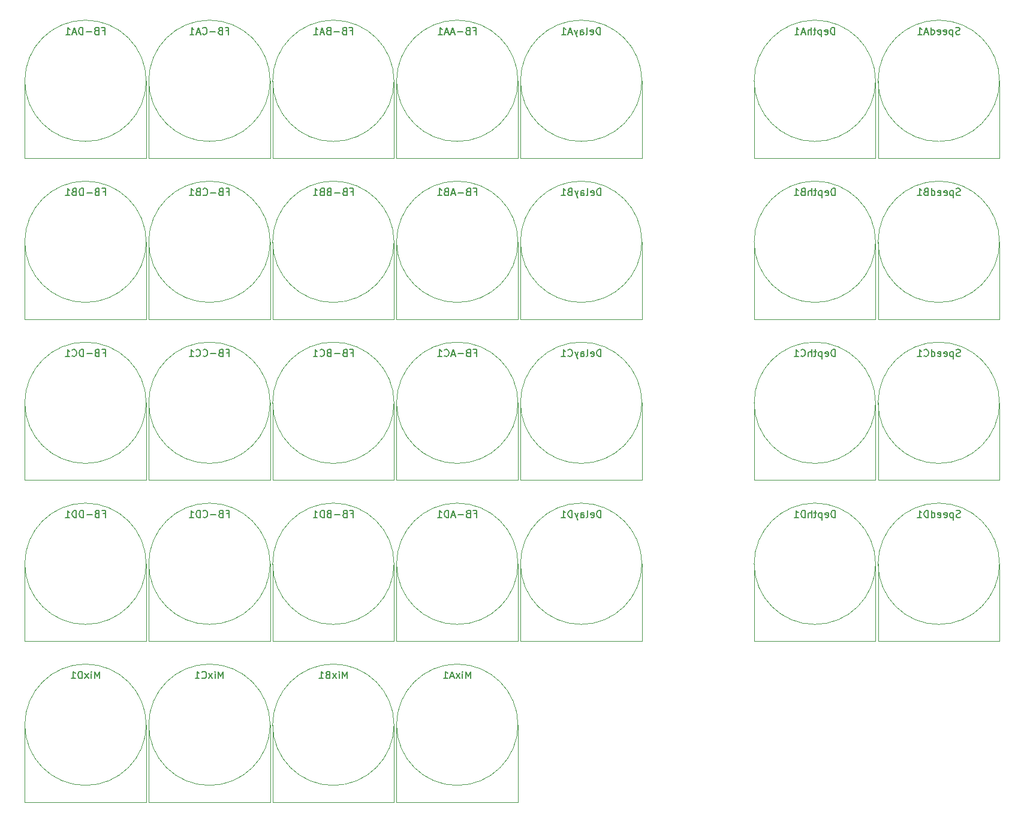
<source format=gbr>
%TF.GenerationSoftware,KiCad,Pcbnew,8.0.1*%
%TF.CreationDate,2024-03-25T17:22:26-07:00*%
%TF.ProjectId,Delay02,44656c61-7930-4322-9e6b-696361645f70,rev?*%
%TF.SameCoordinates,Original*%
%TF.FileFunction,Legend,Bot*%
%TF.FilePolarity,Positive*%
%FSLAX46Y46*%
G04 Gerber Fmt 4.6, Leading zero omitted, Abs format (unit mm)*
G04 Created by KiCad (PCBNEW 8.0.1) date 2024-03-25 17:22:26*
%MOMM*%
%LPD*%
G01*
G04 APERTURE LIST*
%ADD10C,0.150000*%
%ADD11C,0.120000*%
G04 APERTURE END LIST*
D10*
X167353809Y-100417200D02*
X167210952Y-100464819D01*
X167210952Y-100464819D02*
X166972857Y-100464819D01*
X166972857Y-100464819D02*
X166877619Y-100417200D01*
X166877619Y-100417200D02*
X166830000Y-100369580D01*
X166830000Y-100369580D02*
X166782381Y-100274342D01*
X166782381Y-100274342D02*
X166782381Y-100179104D01*
X166782381Y-100179104D02*
X166830000Y-100083866D01*
X166830000Y-100083866D02*
X166877619Y-100036247D01*
X166877619Y-100036247D02*
X166972857Y-99988628D01*
X166972857Y-99988628D02*
X167163333Y-99941009D01*
X167163333Y-99941009D02*
X167258571Y-99893390D01*
X167258571Y-99893390D02*
X167306190Y-99845771D01*
X167306190Y-99845771D02*
X167353809Y-99750533D01*
X167353809Y-99750533D02*
X167353809Y-99655295D01*
X167353809Y-99655295D02*
X167306190Y-99560057D01*
X167306190Y-99560057D02*
X167258571Y-99512438D01*
X167258571Y-99512438D02*
X167163333Y-99464819D01*
X167163333Y-99464819D02*
X166925238Y-99464819D01*
X166925238Y-99464819D02*
X166782381Y-99512438D01*
X166353809Y-99798152D02*
X166353809Y-100798152D01*
X166353809Y-99845771D02*
X166258571Y-99798152D01*
X166258571Y-99798152D02*
X166068095Y-99798152D01*
X166068095Y-99798152D02*
X165972857Y-99845771D01*
X165972857Y-99845771D02*
X165925238Y-99893390D01*
X165925238Y-99893390D02*
X165877619Y-99988628D01*
X165877619Y-99988628D02*
X165877619Y-100274342D01*
X165877619Y-100274342D02*
X165925238Y-100369580D01*
X165925238Y-100369580D02*
X165972857Y-100417200D01*
X165972857Y-100417200D02*
X166068095Y-100464819D01*
X166068095Y-100464819D02*
X166258571Y-100464819D01*
X166258571Y-100464819D02*
X166353809Y-100417200D01*
X165068095Y-100417200D02*
X165163333Y-100464819D01*
X165163333Y-100464819D02*
X165353809Y-100464819D01*
X165353809Y-100464819D02*
X165449047Y-100417200D01*
X165449047Y-100417200D02*
X165496666Y-100321961D01*
X165496666Y-100321961D02*
X165496666Y-99941009D01*
X165496666Y-99941009D02*
X165449047Y-99845771D01*
X165449047Y-99845771D02*
X165353809Y-99798152D01*
X165353809Y-99798152D02*
X165163333Y-99798152D01*
X165163333Y-99798152D02*
X165068095Y-99845771D01*
X165068095Y-99845771D02*
X165020476Y-99941009D01*
X165020476Y-99941009D02*
X165020476Y-100036247D01*
X165020476Y-100036247D02*
X165496666Y-100131485D01*
X164210952Y-100417200D02*
X164306190Y-100464819D01*
X164306190Y-100464819D02*
X164496666Y-100464819D01*
X164496666Y-100464819D02*
X164591904Y-100417200D01*
X164591904Y-100417200D02*
X164639523Y-100321961D01*
X164639523Y-100321961D02*
X164639523Y-99941009D01*
X164639523Y-99941009D02*
X164591904Y-99845771D01*
X164591904Y-99845771D02*
X164496666Y-99798152D01*
X164496666Y-99798152D02*
X164306190Y-99798152D01*
X164306190Y-99798152D02*
X164210952Y-99845771D01*
X164210952Y-99845771D02*
X164163333Y-99941009D01*
X164163333Y-99941009D02*
X164163333Y-100036247D01*
X164163333Y-100036247D02*
X164639523Y-100131485D01*
X163306190Y-100464819D02*
X163306190Y-99464819D01*
X163306190Y-100417200D02*
X163401428Y-100464819D01*
X163401428Y-100464819D02*
X163591904Y-100464819D01*
X163591904Y-100464819D02*
X163687142Y-100417200D01*
X163687142Y-100417200D02*
X163734761Y-100369580D01*
X163734761Y-100369580D02*
X163782380Y-100274342D01*
X163782380Y-100274342D02*
X163782380Y-99988628D01*
X163782380Y-99988628D02*
X163734761Y-99893390D01*
X163734761Y-99893390D02*
X163687142Y-99845771D01*
X163687142Y-99845771D02*
X163591904Y-99798152D01*
X163591904Y-99798152D02*
X163401428Y-99798152D01*
X163401428Y-99798152D02*
X163306190Y-99845771D01*
X162829999Y-100464819D02*
X162829999Y-99464819D01*
X162829999Y-99464819D02*
X162591904Y-99464819D01*
X162591904Y-99464819D02*
X162449047Y-99512438D01*
X162449047Y-99512438D02*
X162353809Y-99607676D01*
X162353809Y-99607676D02*
X162306190Y-99702914D01*
X162306190Y-99702914D02*
X162258571Y-99893390D01*
X162258571Y-99893390D02*
X162258571Y-100036247D01*
X162258571Y-100036247D02*
X162306190Y-100226723D01*
X162306190Y-100226723D02*
X162353809Y-100321961D01*
X162353809Y-100321961D02*
X162449047Y-100417200D01*
X162449047Y-100417200D02*
X162591904Y-100464819D01*
X162591904Y-100464819D02*
X162829999Y-100464819D01*
X161306190Y-100464819D02*
X161877618Y-100464819D01*
X161591904Y-100464819D02*
X161591904Y-99464819D01*
X161591904Y-99464819D02*
X161687142Y-99607676D01*
X161687142Y-99607676D02*
X161782380Y-99702914D01*
X161782380Y-99702914D02*
X161877618Y-99750533D01*
X116591904Y-77714819D02*
X116591904Y-76714819D01*
X116591904Y-76714819D02*
X116353809Y-76714819D01*
X116353809Y-76714819D02*
X116210952Y-76762438D01*
X116210952Y-76762438D02*
X116115714Y-76857676D01*
X116115714Y-76857676D02*
X116068095Y-76952914D01*
X116068095Y-76952914D02*
X116020476Y-77143390D01*
X116020476Y-77143390D02*
X116020476Y-77286247D01*
X116020476Y-77286247D02*
X116068095Y-77476723D01*
X116068095Y-77476723D02*
X116115714Y-77571961D01*
X116115714Y-77571961D02*
X116210952Y-77667200D01*
X116210952Y-77667200D02*
X116353809Y-77714819D01*
X116353809Y-77714819D02*
X116591904Y-77714819D01*
X115210952Y-77667200D02*
X115306190Y-77714819D01*
X115306190Y-77714819D02*
X115496666Y-77714819D01*
X115496666Y-77714819D02*
X115591904Y-77667200D01*
X115591904Y-77667200D02*
X115639523Y-77571961D01*
X115639523Y-77571961D02*
X115639523Y-77191009D01*
X115639523Y-77191009D02*
X115591904Y-77095771D01*
X115591904Y-77095771D02*
X115496666Y-77048152D01*
X115496666Y-77048152D02*
X115306190Y-77048152D01*
X115306190Y-77048152D02*
X115210952Y-77095771D01*
X115210952Y-77095771D02*
X115163333Y-77191009D01*
X115163333Y-77191009D02*
X115163333Y-77286247D01*
X115163333Y-77286247D02*
X115639523Y-77381485D01*
X114591904Y-77714819D02*
X114687142Y-77667200D01*
X114687142Y-77667200D02*
X114734761Y-77571961D01*
X114734761Y-77571961D02*
X114734761Y-76714819D01*
X113782380Y-77714819D02*
X113782380Y-77191009D01*
X113782380Y-77191009D02*
X113829999Y-77095771D01*
X113829999Y-77095771D02*
X113925237Y-77048152D01*
X113925237Y-77048152D02*
X114115713Y-77048152D01*
X114115713Y-77048152D02*
X114210951Y-77095771D01*
X113782380Y-77667200D02*
X113877618Y-77714819D01*
X113877618Y-77714819D02*
X114115713Y-77714819D01*
X114115713Y-77714819D02*
X114210951Y-77667200D01*
X114210951Y-77667200D02*
X114258570Y-77571961D01*
X114258570Y-77571961D02*
X114258570Y-77476723D01*
X114258570Y-77476723D02*
X114210951Y-77381485D01*
X114210951Y-77381485D02*
X114115713Y-77333866D01*
X114115713Y-77333866D02*
X113877618Y-77333866D01*
X113877618Y-77333866D02*
X113782380Y-77286247D01*
X113401427Y-77048152D02*
X113163332Y-77714819D01*
X112925237Y-77048152D02*
X113163332Y-77714819D01*
X113163332Y-77714819D02*
X113258570Y-77952914D01*
X113258570Y-77952914D02*
X113306189Y-78000533D01*
X113306189Y-78000533D02*
X113401427Y-78048152D01*
X111972856Y-77619580D02*
X112020475Y-77667200D01*
X112020475Y-77667200D02*
X112163332Y-77714819D01*
X112163332Y-77714819D02*
X112258570Y-77714819D01*
X112258570Y-77714819D02*
X112401427Y-77667200D01*
X112401427Y-77667200D02*
X112496665Y-77571961D01*
X112496665Y-77571961D02*
X112544284Y-77476723D01*
X112544284Y-77476723D02*
X112591903Y-77286247D01*
X112591903Y-77286247D02*
X112591903Y-77143390D01*
X112591903Y-77143390D02*
X112544284Y-76952914D01*
X112544284Y-76952914D02*
X112496665Y-76857676D01*
X112496665Y-76857676D02*
X112401427Y-76762438D01*
X112401427Y-76762438D02*
X112258570Y-76714819D01*
X112258570Y-76714819D02*
X112163332Y-76714819D01*
X112163332Y-76714819D02*
X112020475Y-76762438D01*
X112020475Y-76762438D02*
X111972856Y-76810057D01*
X111020475Y-77714819D02*
X111591903Y-77714819D01*
X111306189Y-77714819D02*
X111306189Y-76714819D01*
X111306189Y-76714819D02*
X111401427Y-76857676D01*
X111401427Y-76857676D02*
X111496665Y-76952914D01*
X111496665Y-76952914D02*
X111591903Y-77000533D01*
X63782380Y-99941009D02*
X64115713Y-99941009D01*
X64115713Y-100464819D02*
X64115713Y-99464819D01*
X64115713Y-99464819D02*
X63639523Y-99464819D01*
X62925237Y-99941009D02*
X62782380Y-99988628D01*
X62782380Y-99988628D02*
X62734761Y-100036247D01*
X62734761Y-100036247D02*
X62687142Y-100131485D01*
X62687142Y-100131485D02*
X62687142Y-100274342D01*
X62687142Y-100274342D02*
X62734761Y-100369580D01*
X62734761Y-100369580D02*
X62782380Y-100417200D01*
X62782380Y-100417200D02*
X62877618Y-100464819D01*
X62877618Y-100464819D02*
X63258570Y-100464819D01*
X63258570Y-100464819D02*
X63258570Y-99464819D01*
X63258570Y-99464819D02*
X62925237Y-99464819D01*
X62925237Y-99464819D02*
X62829999Y-99512438D01*
X62829999Y-99512438D02*
X62782380Y-99560057D01*
X62782380Y-99560057D02*
X62734761Y-99655295D01*
X62734761Y-99655295D02*
X62734761Y-99750533D01*
X62734761Y-99750533D02*
X62782380Y-99845771D01*
X62782380Y-99845771D02*
X62829999Y-99893390D01*
X62829999Y-99893390D02*
X62925237Y-99941009D01*
X62925237Y-99941009D02*
X63258570Y-99941009D01*
X62258570Y-100083866D02*
X61496666Y-100083866D01*
X60449047Y-100369580D02*
X60496666Y-100417200D01*
X60496666Y-100417200D02*
X60639523Y-100464819D01*
X60639523Y-100464819D02*
X60734761Y-100464819D01*
X60734761Y-100464819D02*
X60877618Y-100417200D01*
X60877618Y-100417200D02*
X60972856Y-100321961D01*
X60972856Y-100321961D02*
X61020475Y-100226723D01*
X61020475Y-100226723D02*
X61068094Y-100036247D01*
X61068094Y-100036247D02*
X61068094Y-99893390D01*
X61068094Y-99893390D02*
X61020475Y-99702914D01*
X61020475Y-99702914D02*
X60972856Y-99607676D01*
X60972856Y-99607676D02*
X60877618Y-99512438D01*
X60877618Y-99512438D02*
X60734761Y-99464819D01*
X60734761Y-99464819D02*
X60639523Y-99464819D01*
X60639523Y-99464819D02*
X60496666Y-99512438D01*
X60496666Y-99512438D02*
X60449047Y-99560057D01*
X60020475Y-100464819D02*
X60020475Y-99464819D01*
X60020475Y-99464819D02*
X59782380Y-99464819D01*
X59782380Y-99464819D02*
X59639523Y-99512438D01*
X59639523Y-99512438D02*
X59544285Y-99607676D01*
X59544285Y-99607676D02*
X59496666Y-99702914D01*
X59496666Y-99702914D02*
X59449047Y-99893390D01*
X59449047Y-99893390D02*
X59449047Y-100036247D01*
X59449047Y-100036247D02*
X59496666Y-100226723D01*
X59496666Y-100226723D02*
X59544285Y-100321961D01*
X59544285Y-100321961D02*
X59639523Y-100417200D01*
X59639523Y-100417200D02*
X59782380Y-100464819D01*
X59782380Y-100464819D02*
X60020475Y-100464819D01*
X58496666Y-100464819D02*
X59068094Y-100464819D01*
X58782380Y-100464819D02*
X58782380Y-99464819D01*
X58782380Y-99464819D02*
X58877618Y-99607676D01*
X58877618Y-99607676D02*
X58972856Y-99702914D01*
X58972856Y-99702914D02*
X59068094Y-99750533D01*
X167353809Y-54917200D02*
X167210952Y-54964819D01*
X167210952Y-54964819D02*
X166972857Y-54964819D01*
X166972857Y-54964819D02*
X166877619Y-54917200D01*
X166877619Y-54917200D02*
X166830000Y-54869580D01*
X166830000Y-54869580D02*
X166782381Y-54774342D01*
X166782381Y-54774342D02*
X166782381Y-54679104D01*
X166782381Y-54679104D02*
X166830000Y-54583866D01*
X166830000Y-54583866D02*
X166877619Y-54536247D01*
X166877619Y-54536247D02*
X166972857Y-54488628D01*
X166972857Y-54488628D02*
X167163333Y-54441009D01*
X167163333Y-54441009D02*
X167258571Y-54393390D01*
X167258571Y-54393390D02*
X167306190Y-54345771D01*
X167306190Y-54345771D02*
X167353809Y-54250533D01*
X167353809Y-54250533D02*
X167353809Y-54155295D01*
X167353809Y-54155295D02*
X167306190Y-54060057D01*
X167306190Y-54060057D02*
X167258571Y-54012438D01*
X167258571Y-54012438D02*
X167163333Y-53964819D01*
X167163333Y-53964819D02*
X166925238Y-53964819D01*
X166925238Y-53964819D02*
X166782381Y-54012438D01*
X166353809Y-54298152D02*
X166353809Y-55298152D01*
X166353809Y-54345771D02*
X166258571Y-54298152D01*
X166258571Y-54298152D02*
X166068095Y-54298152D01*
X166068095Y-54298152D02*
X165972857Y-54345771D01*
X165972857Y-54345771D02*
X165925238Y-54393390D01*
X165925238Y-54393390D02*
X165877619Y-54488628D01*
X165877619Y-54488628D02*
X165877619Y-54774342D01*
X165877619Y-54774342D02*
X165925238Y-54869580D01*
X165925238Y-54869580D02*
X165972857Y-54917200D01*
X165972857Y-54917200D02*
X166068095Y-54964819D01*
X166068095Y-54964819D02*
X166258571Y-54964819D01*
X166258571Y-54964819D02*
X166353809Y-54917200D01*
X165068095Y-54917200D02*
X165163333Y-54964819D01*
X165163333Y-54964819D02*
X165353809Y-54964819D01*
X165353809Y-54964819D02*
X165449047Y-54917200D01*
X165449047Y-54917200D02*
X165496666Y-54821961D01*
X165496666Y-54821961D02*
X165496666Y-54441009D01*
X165496666Y-54441009D02*
X165449047Y-54345771D01*
X165449047Y-54345771D02*
X165353809Y-54298152D01*
X165353809Y-54298152D02*
X165163333Y-54298152D01*
X165163333Y-54298152D02*
X165068095Y-54345771D01*
X165068095Y-54345771D02*
X165020476Y-54441009D01*
X165020476Y-54441009D02*
X165020476Y-54536247D01*
X165020476Y-54536247D02*
X165496666Y-54631485D01*
X164210952Y-54917200D02*
X164306190Y-54964819D01*
X164306190Y-54964819D02*
X164496666Y-54964819D01*
X164496666Y-54964819D02*
X164591904Y-54917200D01*
X164591904Y-54917200D02*
X164639523Y-54821961D01*
X164639523Y-54821961D02*
X164639523Y-54441009D01*
X164639523Y-54441009D02*
X164591904Y-54345771D01*
X164591904Y-54345771D02*
X164496666Y-54298152D01*
X164496666Y-54298152D02*
X164306190Y-54298152D01*
X164306190Y-54298152D02*
X164210952Y-54345771D01*
X164210952Y-54345771D02*
X164163333Y-54441009D01*
X164163333Y-54441009D02*
X164163333Y-54536247D01*
X164163333Y-54536247D02*
X164639523Y-54631485D01*
X163306190Y-54964819D02*
X163306190Y-53964819D01*
X163306190Y-54917200D02*
X163401428Y-54964819D01*
X163401428Y-54964819D02*
X163591904Y-54964819D01*
X163591904Y-54964819D02*
X163687142Y-54917200D01*
X163687142Y-54917200D02*
X163734761Y-54869580D01*
X163734761Y-54869580D02*
X163782380Y-54774342D01*
X163782380Y-54774342D02*
X163782380Y-54488628D01*
X163782380Y-54488628D02*
X163734761Y-54393390D01*
X163734761Y-54393390D02*
X163687142Y-54345771D01*
X163687142Y-54345771D02*
X163591904Y-54298152D01*
X163591904Y-54298152D02*
X163401428Y-54298152D01*
X163401428Y-54298152D02*
X163306190Y-54345771D01*
X162496666Y-54441009D02*
X162353809Y-54488628D01*
X162353809Y-54488628D02*
X162306190Y-54536247D01*
X162306190Y-54536247D02*
X162258571Y-54631485D01*
X162258571Y-54631485D02*
X162258571Y-54774342D01*
X162258571Y-54774342D02*
X162306190Y-54869580D01*
X162306190Y-54869580D02*
X162353809Y-54917200D01*
X162353809Y-54917200D02*
X162449047Y-54964819D01*
X162449047Y-54964819D02*
X162829999Y-54964819D01*
X162829999Y-54964819D02*
X162829999Y-53964819D01*
X162829999Y-53964819D02*
X162496666Y-53964819D01*
X162496666Y-53964819D02*
X162401428Y-54012438D01*
X162401428Y-54012438D02*
X162353809Y-54060057D01*
X162353809Y-54060057D02*
X162306190Y-54155295D01*
X162306190Y-54155295D02*
X162306190Y-54250533D01*
X162306190Y-54250533D02*
X162353809Y-54345771D01*
X162353809Y-54345771D02*
X162401428Y-54393390D01*
X162401428Y-54393390D02*
X162496666Y-54441009D01*
X162496666Y-54441009D02*
X162829999Y-54441009D01*
X161306190Y-54964819D02*
X161877618Y-54964819D01*
X161591904Y-54964819D02*
X161591904Y-53964819D01*
X161591904Y-53964819D02*
X161687142Y-54107676D01*
X161687142Y-54107676D02*
X161782380Y-54202914D01*
X161782380Y-54202914D02*
X161877618Y-54250533D01*
X116591904Y-100464819D02*
X116591904Y-99464819D01*
X116591904Y-99464819D02*
X116353809Y-99464819D01*
X116353809Y-99464819D02*
X116210952Y-99512438D01*
X116210952Y-99512438D02*
X116115714Y-99607676D01*
X116115714Y-99607676D02*
X116068095Y-99702914D01*
X116068095Y-99702914D02*
X116020476Y-99893390D01*
X116020476Y-99893390D02*
X116020476Y-100036247D01*
X116020476Y-100036247D02*
X116068095Y-100226723D01*
X116068095Y-100226723D02*
X116115714Y-100321961D01*
X116115714Y-100321961D02*
X116210952Y-100417200D01*
X116210952Y-100417200D02*
X116353809Y-100464819D01*
X116353809Y-100464819D02*
X116591904Y-100464819D01*
X115210952Y-100417200D02*
X115306190Y-100464819D01*
X115306190Y-100464819D02*
X115496666Y-100464819D01*
X115496666Y-100464819D02*
X115591904Y-100417200D01*
X115591904Y-100417200D02*
X115639523Y-100321961D01*
X115639523Y-100321961D02*
X115639523Y-99941009D01*
X115639523Y-99941009D02*
X115591904Y-99845771D01*
X115591904Y-99845771D02*
X115496666Y-99798152D01*
X115496666Y-99798152D02*
X115306190Y-99798152D01*
X115306190Y-99798152D02*
X115210952Y-99845771D01*
X115210952Y-99845771D02*
X115163333Y-99941009D01*
X115163333Y-99941009D02*
X115163333Y-100036247D01*
X115163333Y-100036247D02*
X115639523Y-100131485D01*
X114591904Y-100464819D02*
X114687142Y-100417200D01*
X114687142Y-100417200D02*
X114734761Y-100321961D01*
X114734761Y-100321961D02*
X114734761Y-99464819D01*
X113782380Y-100464819D02*
X113782380Y-99941009D01*
X113782380Y-99941009D02*
X113829999Y-99845771D01*
X113829999Y-99845771D02*
X113925237Y-99798152D01*
X113925237Y-99798152D02*
X114115713Y-99798152D01*
X114115713Y-99798152D02*
X114210951Y-99845771D01*
X113782380Y-100417200D02*
X113877618Y-100464819D01*
X113877618Y-100464819D02*
X114115713Y-100464819D01*
X114115713Y-100464819D02*
X114210951Y-100417200D01*
X114210951Y-100417200D02*
X114258570Y-100321961D01*
X114258570Y-100321961D02*
X114258570Y-100226723D01*
X114258570Y-100226723D02*
X114210951Y-100131485D01*
X114210951Y-100131485D02*
X114115713Y-100083866D01*
X114115713Y-100083866D02*
X113877618Y-100083866D01*
X113877618Y-100083866D02*
X113782380Y-100036247D01*
X113401427Y-99798152D02*
X113163332Y-100464819D01*
X112925237Y-99798152D02*
X113163332Y-100464819D01*
X113163332Y-100464819D02*
X113258570Y-100702914D01*
X113258570Y-100702914D02*
X113306189Y-100750533D01*
X113306189Y-100750533D02*
X113401427Y-100798152D01*
X112544284Y-100464819D02*
X112544284Y-99464819D01*
X112544284Y-99464819D02*
X112306189Y-99464819D01*
X112306189Y-99464819D02*
X112163332Y-99512438D01*
X112163332Y-99512438D02*
X112068094Y-99607676D01*
X112068094Y-99607676D02*
X112020475Y-99702914D01*
X112020475Y-99702914D02*
X111972856Y-99893390D01*
X111972856Y-99893390D02*
X111972856Y-100036247D01*
X111972856Y-100036247D02*
X112020475Y-100226723D01*
X112020475Y-100226723D02*
X112068094Y-100321961D01*
X112068094Y-100321961D02*
X112163332Y-100417200D01*
X112163332Y-100417200D02*
X112306189Y-100464819D01*
X112306189Y-100464819D02*
X112544284Y-100464819D01*
X111020475Y-100464819D02*
X111591903Y-100464819D01*
X111306189Y-100464819D02*
X111306189Y-99464819D01*
X111306189Y-99464819D02*
X111401427Y-99607676D01*
X111401427Y-99607676D02*
X111496665Y-99702914D01*
X111496665Y-99702914D02*
X111591903Y-99750533D01*
X81282380Y-99941009D02*
X81615713Y-99941009D01*
X81615713Y-100464819D02*
X81615713Y-99464819D01*
X81615713Y-99464819D02*
X81139523Y-99464819D01*
X80425237Y-99941009D02*
X80282380Y-99988628D01*
X80282380Y-99988628D02*
X80234761Y-100036247D01*
X80234761Y-100036247D02*
X80187142Y-100131485D01*
X80187142Y-100131485D02*
X80187142Y-100274342D01*
X80187142Y-100274342D02*
X80234761Y-100369580D01*
X80234761Y-100369580D02*
X80282380Y-100417200D01*
X80282380Y-100417200D02*
X80377618Y-100464819D01*
X80377618Y-100464819D02*
X80758570Y-100464819D01*
X80758570Y-100464819D02*
X80758570Y-99464819D01*
X80758570Y-99464819D02*
X80425237Y-99464819D01*
X80425237Y-99464819D02*
X80329999Y-99512438D01*
X80329999Y-99512438D02*
X80282380Y-99560057D01*
X80282380Y-99560057D02*
X80234761Y-99655295D01*
X80234761Y-99655295D02*
X80234761Y-99750533D01*
X80234761Y-99750533D02*
X80282380Y-99845771D01*
X80282380Y-99845771D02*
X80329999Y-99893390D01*
X80329999Y-99893390D02*
X80425237Y-99941009D01*
X80425237Y-99941009D02*
X80758570Y-99941009D01*
X79758570Y-100083866D02*
X78996666Y-100083866D01*
X78187142Y-99941009D02*
X78044285Y-99988628D01*
X78044285Y-99988628D02*
X77996666Y-100036247D01*
X77996666Y-100036247D02*
X77949047Y-100131485D01*
X77949047Y-100131485D02*
X77949047Y-100274342D01*
X77949047Y-100274342D02*
X77996666Y-100369580D01*
X77996666Y-100369580D02*
X78044285Y-100417200D01*
X78044285Y-100417200D02*
X78139523Y-100464819D01*
X78139523Y-100464819D02*
X78520475Y-100464819D01*
X78520475Y-100464819D02*
X78520475Y-99464819D01*
X78520475Y-99464819D02*
X78187142Y-99464819D01*
X78187142Y-99464819D02*
X78091904Y-99512438D01*
X78091904Y-99512438D02*
X78044285Y-99560057D01*
X78044285Y-99560057D02*
X77996666Y-99655295D01*
X77996666Y-99655295D02*
X77996666Y-99750533D01*
X77996666Y-99750533D02*
X78044285Y-99845771D01*
X78044285Y-99845771D02*
X78091904Y-99893390D01*
X78091904Y-99893390D02*
X78187142Y-99941009D01*
X78187142Y-99941009D02*
X78520475Y-99941009D01*
X77520475Y-100464819D02*
X77520475Y-99464819D01*
X77520475Y-99464819D02*
X77282380Y-99464819D01*
X77282380Y-99464819D02*
X77139523Y-99512438D01*
X77139523Y-99512438D02*
X77044285Y-99607676D01*
X77044285Y-99607676D02*
X76996666Y-99702914D01*
X76996666Y-99702914D02*
X76949047Y-99893390D01*
X76949047Y-99893390D02*
X76949047Y-100036247D01*
X76949047Y-100036247D02*
X76996666Y-100226723D01*
X76996666Y-100226723D02*
X77044285Y-100321961D01*
X77044285Y-100321961D02*
X77139523Y-100417200D01*
X77139523Y-100417200D02*
X77282380Y-100464819D01*
X77282380Y-100464819D02*
X77520475Y-100464819D01*
X75996666Y-100464819D02*
X76568094Y-100464819D01*
X76282380Y-100464819D02*
X76282380Y-99464819D01*
X76282380Y-99464819D02*
X76377618Y-99607676D01*
X76377618Y-99607676D02*
X76472856Y-99702914D01*
X76472856Y-99702914D02*
X76568094Y-99750533D01*
X46282380Y-77191009D02*
X46615713Y-77191009D01*
X46615713Y-77714819D02*
X46615713Y-76714819D01*
X46615713Y-76714819D02*
X46139523Y-76714819D01*
X45425237Y-77191009D02*
X45282380Y-77238628D01*
X45282380Y-77238628D02*
X45234761Y-77286247D01*
X45234761Y-77286247D02*
X45187142Y-77381485D01*
X45187142Y-77381485D02*
X45187142Y-77524342D01*
X45187142Y-77524342D02*
X45234761Y-77619580D01*
X45234761Y-77619580D02*
X45282380Y-77667200D01*
X45282380Y-77667200D02*
X45377618Y-77714819D01*
X45377618Y-77714819D02*
X45758570Y-77714819D01*
X45758570Y-77714819D02*
X45758570Y-76714819D01*
X45758570Y-76714819D02*
X45425237Y-76714819D01*
X45425237Y-76714819D02*
X45329999Y-76762438D01*
X45329999Y-76762438D02*
X45282380Y-76810057D01*
X45282380Y-76810057D02*
X45234761Y-76905295D01*
X45234761Y-76905295D02*
X45234761Y-77000533D01*
X45234761Y-77000533D02*
X45282380Y-77095771D01*
X45282380Y-77095771D02*
X45329999Y-77143390D01*
X45329999Y-77143390D02*
X45425237Y-77191009D01*
X45425237Y-77191009D02*
X45758570Y-77191009D01*
X44758570Y-77333866D02*
X43996666Y-77333866D01*
X43520475Y-77714819D02*
X43520475Y-76714819D01*
X43520475Y-76714819D02*
X43282380Y-76714819D01*
X43282380Y-76714819D02*
X43139523Y-76762438D01*
X43139523Y-76762438D02*
X43044285Y-76857676D01*
X43044285Y-76857676D02*
X42996666Y-76952914D01*
X42996666Y-76952914D02*
X42949047Y-77143390D01*
X42949047Y-77143390D02*
X42949047Y-77286247D01*
X42949047Y-77286247D02*
X42996666Y-77476723D01*
X42996666Y-77476723D02*
X43044285Y-77571961D01*
X43044285Y-77571961D02*
X43139523Y-77667200D01*
X43139523Y-77667200D02*
X43282380Y-77714819D01*
X43282380Y-77714819D02*
X43520475Y-77714819D01*
X41949047Y-77619580D02*
X41996666Y-77667200D01*
X41996666Y-77667200D02*
X42139523Y-77714819D01*
X42139523Y-77714819D02*
X42234761Y-77714819D01*
X42234761Y-77714819D02*
X42377618Y-77667200D01*
X42377618Y-77667200D02*
X42472856Y-77571961D01*
X42472856Y-77571961D02*
X42520475Y-77476723D01*
X42520475Y-77476723D02*
X42568094Y-77286247D01*
X42568094Y-77286247D02*
X42568094Y-77143390D01*
X42568094Y-77143390D02*
X42520475Y-76952914D01*
X42520475Y-76952914D02*
X42472856Y-76857676D01*
X42472856Y-76857676D02*
X42377618Y-76762438D01*
X42377618Y-76762438D02*
X42234761Y-76714819D01*
X42234761Y-76714819D02*
X42139523Y-76714819D01*
X42139523Y-76714819D02*
X41996666Y-76762438D01*
X41996666Y-76762438D02*
X41949047Y-76810057D01*
X40996666Y-77714819D02*
X41568094Y-77714819D01*
X41282380Y-77714819D02*
X41282380Y-76714819D01*
X41282380Y-76714819D02*
X41377618Y-76857676D01*
X41377618Y-76857676D02*
X41472856Y-76952914D01*
X41472856Y-76952914D02*
X41568094Y-77000533D01*
X98710952Y-99941009D02*
X99044285Y-99941009D01*
X99044285Y-100464819D02*
X99044285Y-99464819D01*
X99044285Y-99464819D02*
X98568095Y-99464819D01*
X97853809Y-99941009D02*
X97710952Y-99988628D01*
X97710952Y-99988628D02*
X97663333Y-100036247D01*
X97663333Y-100036247D02*
X97615714Y-100131485D01*
X97615714Y-100131485D02*
X97615714Y-100274342D01*
X97615714Y-100274342D02*
X97663333Y-100369580D01*
X97663333Y-100369580D02*
X97710952Y-100417200D01*
X97710952Y-100417200D02*
X97806190Y-100464819D01*
X97806190Y-100464819D02*
X98187142Y-100464819D01*
X98187142Y-100464819D02*
X98187142Y-99464819D01*
X98187142Y-99464819D02*
X97853809Y-99464819D01*
X97853809Y-99464819D02*
X97758571Y-99512438D01*
X97758571Y-99512438D02*
X97710952Y-99560057D01*
X97710952Y-99560057D02*
X97663333Y-99655295D01*
X97663333Y-99655295D02*
X97663333Y-99750533D01*
X97663333Y-99750533D02*
X97710952Y-99845771D01*
X97710952Y-99845771D02*
X97758571Y-99893390D01*
X97758571Y-99893390D02*
X97853809Y-99941009D01*
X97853809Y-99941009D02*
X98187142Y-99941009D01*
X97187142Y-100083866D02*
X96425238Y-100083866D01*
X95996666Y-100179104D02*
X95520476Y-100179104D01*
X96091904Y-100464819D02*
X95758571Y-99464819D01*
X95758571Y-99464819D02*
X95425238Y-100464819D01*
X95091904Y-100464819D02*
X95091904Y-99464819D01*
X95091904Y-99464819D02*
X94853809Y-99464819D01*
X94853809Y-99464819D02*
X94710952Y-99512438D01*
X94710952Y-99512438D02*
X94615714Y-99607676D01*
X94615714Y-99607676D02*
X94568095Y-99702914D01*
X94568095Y-99702914D02*
X94520476Y-99893390D01*
X94520476Y-99893390D02*
X94520476Y-100036247D01*
X94520476Y-100036247D02*
X94568095Y-100226723D01*
X94568095Y-100226723D02*
X94615714Y-100321961D01*
X94615714Y-100321961D02*
X94710952Y-100417200D01*
X94710952Y-100417200D02*
X94853809Y-100464819D01*
X94853809Y-100464819D02*
X95091904Y-100464819D01*
X93568095Y-100464819D02*
X94139523Y-100464819D01*
X93853809Y-100464819D02*
X93853809Y-99464819D01*
X93853809Y-99464819D02*
X93949047Y-99607676D01*
X93949047Y-99607676D02*
X94044285Y-99702914D01*
X94044285Y-99702914D02*
X94139523Y-99750533D01*
X167282380Y-32167200D02*
X167139523Y-32214819D01*
X167139523Y-32214819D02*
X166901428Y-32214819D01*
X166901428Y-32214819D02*
X166806190Y-32167200D01*
X166806190Y-32167200D02*
X166758571Y-32119580D01*
X166758571Y-32119580D02*
X166710952Y-32024342D01*
X166710952Y-32024342D02*
X166710952Y-31929104D01*
X166710952Y-31929104D02*
X166758571Y-31833866D01*
X166758571Y-31833866D02*
X166806190Y-31786247D01*
X166806190Y-31786247D02*
X166901428Y-31738628D01*
X166901428Y-31738628D02*
X167091904Y-31691009D01*
X167091904Y-31691009D02*
X167187142Y-31643390D01*
X167187142Y-31643390D02*
X167234761Y-31595771D01*
X167234761Y-31595771D02*
X167282380Y-31500533D01*
X167282380Y-31500533D02*
X167282380Y-31405295D01*
X167282380Y-31405295D02*
X167234761Y-31310057D01*
X167234761Y-31310057D02*
X167187142Y-31262438D01*
X167187142Y-31262438D02*
X167091904Y-31214819D01*
X167091904Y-31214819D02*
X166853809Y-31214819D01*
X166853809Y-31214819D02*
X166710952Y-31262438D01*
X166282380Y-31548152D02*
X166282380Y-32548152D01*
X166282380Y-31595771D02*
X166187142Y-31548152D01*
X166187142Y-31548152D02*
X165996666Y-31548152D01*
X165996666Y-31548152D02*
X165901428Y-31595771D01*
X165901428Y-31595771D02*
X165853809Y-31643390D01*
X165853809Y-31643390D02*
X165806190Y-31738628D01*
X165806190Y-31738628D02*
X165806190Y-32024342D01*
X165806190Y-32024342D02*
X165853809Y-32119580D01*
X165853809Y-32119580D02*
X165901428Y-32167200D01*
X165901428Y-32167200D02*
X165996666Y-32214819D01*
X165996666Y-32214819D02*
X166187142Y-32214819D01*
X166187142Y-32214819D02*
X166282380Y-32167200D01*
X164996666Y-32167200D02*
X165091904Y-32214819D01*
X165091904Y-32214819D02*
X165282380Y-32214819D01*
X165282380Y-32214819D02*
X165377618Y-32167200D01*
X165377618Y-32167200D02*
X165425237Y-32071961D01*
X165425237Y-32071961D02*
X165425237Y-31691009D01*
X165425237Y-31691009D02*
X165377618Y-31595771D01*
X165377618Y-31595771D02*
X165282380Y-31548152D01*
X165282380Y-31548152D02*
X165091904Y-31548152D01*
X165091904Y-31548152D02*
X164996666Y-31595771D01*
X164996666Y-31595771D02*
X164949047Y-31691009D01*
X164949047Y-31691009D02*
X164949047Y-31786247D01*
X164949047Y-31786247D02*
X165425237Y-31881485D01*
X164139523Y-32167200D02*
X164234761Y-32214819D01*
X164234761Y-32214819D02*
X164425237Y-32214819D01*
X164425237Y-32214819D02*
X164520475Y-32167200D01*
X164520475Y-32167200D02*
X164568094Y-32071961D01*
X164568094Y-32071961D02*
X164568094Y-31691009D01*
X164568094Y-31691009D02*
X164520475Y-31595771D01*
X164520475Y-31595771D02*
X164425237Y-31548152D01*
X164425237Y-31548152D02*
X164234761Y-31548152D01*
X164234761Y-31548152D02*
X164139523Y-31595771D01*
X164139523Y-31595771D02*
X164091904Y-31691009D01*
X164091904Y-31691009D02*
X164091904Y-31786247D01*
X164091904Y-31786247D02*
X164568094Y-31881485D01*
X163234761Y-32214819D02*
X163234761Y-31214819D01*
X163234761Y-32167200D02*
X163329999Y-32214819D01*
X163329999Y-32214819D02*
X163520475Y-32214819D01*
X163520475Y-32214819D02*
X163615713Y-32167200D01*
X163615713Y-32167200D02*
X163663332Y-32119580D01*
X163663332Y-32119580D02*
X163710951Y-32024342D01*
X163710951Y-32024342D02*
X163710951Y-31738628D01*
X163710951Y-31738628D02*
X163663332Y-31643390D01*
X163663332Y-31643390D02*
X163615713Y-31595771D01*
X163615713Y-31595771D02*
X163520475Y-31548152D01*
X163520475Y-31548152D02*
X163329999Y-31548152D01*
X163329999Y-31548152D02*
X163234761Y-31595771D01*
X162806189Y-31929104D02*
X162329999Y-31929104D01*
X162901427Y-32214819D02*
X162568094Y-31214819D01*
X162568094Y-31214819D02*
X162234761Y-32214819D01*
X161377618Y-32214819D02*
X161949046Y-32214819D01*
X161663332Y-32214819D02*
X161663332Y-31214819D01*
X161663332Y-31214819D02*
X161758570Y-31357676D01*
X161758570Y-31357676D02*
X161853808Y-31452914D01*
X161853808Y-31452914D02*
X161949046Y-31500533D01*
X81282380Y-54441009D02*
X81615713Y-54441009D01*
X81615713Y-54964819D02*
X81615713Y-53964819D01*
X81615713Y-53964819D02*
X81139523Y-53964819D01*
X80425237Y-54441009D02*
X80282380Y-54488628D01*
X80282380Y-54488628D02*
X80234761Y-54536247D01*
X80234761Y-54536247D02*
X80187142Y-54631485D01*
X80187142Y-54631485D02*
X80187142Y-54774342D01*
X80187142Y-54774342D02*
X80234761Y-54869580D01*
X80234761Y-54869580D02*
X80282380Y-54917200D01*
X80282380Y-54917200D02*
X80377618Y-54964819D01*
X80377618Y-54964819D02*
X80758570Y-54964819D01*
X80758570Y-54964819D02*
X80758570Y-53964819D01*
X80758570Y-53964819D02*
X80425237Y-53964819D01*
X80425237Y-53964819D02*
X80329999Y-54012438D01*
X80329999Y-54012438D02*
X80282380Y-54060057D01*
X80282380Y-54060057D02*
X80234761Y-54155295D01*
X80234761Y-54155295D02*
X80234761Y-54250533D01*
X80234761Y-54250533D02*
X80282380Y-54345771D01*
X80282380Y-54345771D02*
X80329999Y-54393390D01*
X80329999Y-54393390D02*
X80425237Y-54441009D01*
X80425237Y-54441009D02*
X80758570Y-54441009D01*
X79758570Y-54583866D02*
X78996666Y-54583866D01*
X78187142Y-54441009D02*
X78044285Y-54488628D01*
X78044285Y-54488628D02*
X77996666Y-54536247D01*
X77996666Y-54536247D02*
X77949047Y-54631485D01*
X77949047Y-54631485D02*
X77949047Y-54774342D01*
X77949047Y-54774342D02*
X77996666Y-54869580D01*
X77996666Y-54869580D02*
X78044285Y-54917200D01*
X78044285Y-54917200D02*
X78139523Y-54964819D01*
X78139523Y-54964819D02*
X78520475Y-54964819D01*
X78520475Y-54964819D02*
X78520475Y-53964819D01*
X78520475Y-53964819D02*
X78187142Y-53964819D01*
X78187142Y-53964819D02*
X78091904Y-54012438D01*
X78091904Y-54012438D02*
X78044285Y-54060057D01*
X78044285Y-54060057D02*
X77996666Y-54155295D01*
X77996666Y-54155295D02*
X77996666Y-54250533D01*
X77996666Y-54250533D02*
X78044285Y-54345771D01*
X78044285Y-54345771D02*
X78091904Y-54393390D01*
X78091904Y-54393390D02*
X78187142Y-54441009D01*
X78187142Y-54441009D02*
X78520475Y-54441009D01*
X77187142Y-54441009D02*
X77044285Y-54488628D01*
X77044285Y-54488628D02*
X76996666Y-54536247D01*
X76996666Y-54536247D02*
X76949047Y-54631485D01*
X76949047Y-54631485D02*
X76949047Y-54774342D01*
X76949047Y-54774342D02*
X76996666Y-54869580D01*
X76996666Y-54869580D02*
X77044285Y-54917200D01*
X77044285Y-54917200D02*
X77139523Y-54964819D01*
X77139523Y-54964819D02*
X77520475Y-54964819D01*
X77520475Y-54964819D02*
X77520475Y-53964819D01*
X77520475Y-53964819D02*
X77187142Y-53964819D01*
X77187142Y-53964819D02*
X77091904Y-54012438D01*
X77091904Y-54012438D02*
X77044285Y-54060057D01*
X77044285Y-54060057D02*
X76996666Y-54155295D01*
X76996666Y-54155295D02*
X76996666Y-54250533D01*
X76996666Y-54250533D02*
X77044285Y-54345771D01*
X77044285Y-54345771D02*
X77091904Y-54393390D01*
X77091904Y-54393390D02*
X77187142Y-54441009D01*
X77187142Y-54441009D02*
X77520475Y-54441009D01*
X75996666Y-54964819D02*
X76568094Y-54964819D01*
X76282380Y-54964819D02*
X76282380Y-53964819D01*
X76282380Y-53964819D02*
X76377618Y-54107676D01*
X76377618Y-54107676D02*
X76472856Y-54202914D01*
X76472856Y-54202914D02*
X76568094Y-54250533D01*
X45782380Y-123214819D02*
X45782380Y-122214819D01*
X45782380Y-122214819D02*
X45449047Y-122929104D01*
X45449047Y-122929104D02*
X45115714Y-122214819D01*
X45115714Y-122214819D02*
X45115714Y-123214819D01*
X44639523Y-123214819D02*
X44639523Y-122548152D01*
X44639523Y-122214819D02*
X44687142Y-122262438D01*
X44687142Y-122262438D02*
X44639523Y-122310057D01*
X44639523Y-122310057D02*
X44591904Y-122262438D01*
X44591904Y-122262438D02*
X44639523Y-122214819D01*
X44639523Y-122214819D02*
X44639523Y-122310057D01*
X44258571Y-123214819D02*
X43734762Y-122548152D01*
X44258571Y-122548152D02*
X43734762Y-123214819D01*
X43353809Y-123214819D02*
X43353809Y-122214819D01*
X43353809Y-122214819D02*
X43115714Y-122214819D01*
X43115714Y-122214819D02*
X42972857Y-122262438D01*
X42972857Y-122262438D02*
X42877619Y-122357676D01*
X42877619Y-122357676D02*
X42830000Y-122452914D01*
X42830000Y-122452914D02*
X42782381Y-122643390D01*
X42782381Y-122643390D02*
X42782381Y-122786247D01*
X42782381Y-122786247D02*
X42830000Y-122976723D01*
X42830000Y-122976723D02*
X42877619Y-123071961D01*
X42877619Y-123071961D02*
X42972857Y-123167200D01*
X42972857Y-123167200D02*
X43115714Y-123214819D01*
X43115714Y-123214819D02*
X43353809Y-123214819D01*
X41830000Y-123214819D02*
X42401428Y-123214819D01*
X42115714Y-123214819D02*
X42115714Y-122214819D01*
X42115714Y-122214819D02*
X42210952Y-122357676D01*
X42210952Y-122357676D02*
X42306190Y-122452914D01*
X42306190Y-122452914D02*
X42401428Y-122500533D01*
X63782380Y-77191009D02*
X64115713Y-77191009D01*
X64115713Y-77714819D02*
X64115713Y-76714819D01*
X64115713Y-76714819D02*
X63639523Y-76714819D01*
X62925237Y-77191009D02*
X62782380Y-77238628D01*
X62782380Y-77238628D02*
X62734761Y-77286247D01*
X62734761Y-77286247D02*
X62687142Y-77381485D01*
X62687142Y-77381485D02*
X62687142Y-77524342D01*
X62687142Y-77524342D02*
X62734761Y-77619580D01*
X62734761Y-77619580D02*
X62782380Y-77667200D01*
X62782380Y-77667200D02*
X62877618Y-77714819D01*
X62877618Y-77714819D02*
X63258570Y-77714819D01*
X63258570Y-77714819D02*
X63258570Y-76714819D01*
X63258570Y-76714819D02*
X62925237Y-76714819D01*
X62925237Y-76714819D02*
X62829999Y-76762438D01*
X62829999Y-76762438D02*
X62782380Y-76810057D01*
X62782380Y-76810057D02*
X62734761Y-76905295D01*
X62734761Y-76905295D02*
X62734761Y-77000533D01*
X62734761Y-77000533D02*
X62782380Y-77095771D01*
X62782380Y-77095771D02*
X62829999Y-77143390D01*
X62829999Y-77143390D02*
X62925237Y-77191009D01*
X62925237Y-77191009D02*
X63258570Y-77191009D01*
X62258570Y-77333866D02*
X61496666Y-77333866D01*
X60449047Y-77619580D02*
X60496666Y-77667200D01*
X60496666Y-77667200D02*
X60639523Y-77714819D01*
X60639523Y-77714819D02*
X60734761Y-77714819D01*
X60734761Y-77714819D02*
X60877618Y-77667200D01*
X60877618Y-77667200D02*
X60972856Y-77571961D01*
X60972856Y-77571961D02*
X61020475Y-77476723D01*
X61020475Y-77476723D02*
X61068094Y-77286247D01*
X61068094Y-77286247D02*
X61068094Y-77143390D01*
X61068094Y-77143390D02*
X61020475Y-76952914D01*
X61020475Y-76952914D02*
X60972856Y-76857676D01*
X60972856Y-76857676D02*
X60877618Y-76762438D01*
X60877618Y-76762438D02*
X60734761Y-76714819D01*
X60734761Y-76714819D02*
X60639523Y-76714819D01*
X60639523Y-76714819D02*
X60496666Y-76762438D01*
X60496666Y-76762438D02*
X60449047Y-76810057D01*
X59449047Y-77619580D02*
X59496666Y-77667200D01*
X59496666Y-77667200D02*
X59639523Y-77714819D01*
X59639523Y-77714819D02*
X59734761Y-77714819D01*
X59734761Y-77714819D02*
X59877618Y-77667200D01*
X59877618Y-77667200D02*
X59972856Y-77571961D01*
X59972856Y-77571961D02*
X60020475Y-77476723D01*
X60020475Y-77476723D02*
X60068094Y-77286247D01*
X60068094Y-77286247D02*
X60068094Y-77143390D01*
X60068094Y-77143390D02*
X60020475Y-76952914D01*
X60020475Y-76952914D02*
X59972856Y-76857676D01*
X59972856Y-76857676D02*
X59877618Y-76762438D01*
X59877618Y-76762438D02*
X59734761Y-76714819D01*
X59734761Y-76714819D02*
X59639523Y-76714819D01*
X59639523Y-76714819D02*
X59496666Y-76762438D01*
X59496666Y-76762438D02*
X59449047Y-76810057D01*
X58496666Y-77714819D02*
X59068094Y-77714819D01*
X58782380Y-77714819D02*
X58782380Y-76714819D01*
X58782380Y-76714819D02*
X58877618Y-76857676D01*
X58877618Y-76857676D02*
X58972856Y-76952914D01*
X58972856Y-76952914D02*
X59068094Y-77000533D01*
X98710952Y-54441009D02*
X99044285Y-54441009D01*
X99044285Y-54964819D02*
X99044285Y-53964819D01*
X99044285Y-53964819D02*
X98568095Y-53964819D01*
X97853809Y-54441009D02*
X97710952Y-54488628D01*
X97710952Y-54488628D02*
X97663333Y-54536247D01*
X97663333Y-54536247D02*
X97615714Y-54631485D01*
X97615714Y-54631485D02*
X97615714Y-54774342D01*
X97615714Y-54774342D02*
X97663333Y-54869580D01*
X97663333Y-54869580D02*
X97710952Y-54917200D01*
X97710952Y-54917200D02*
X97806190Y-54964819D01*
X97806190Y-54964819D02*
X98187142Y-54964819D01*
X98187142Y-54964819D02*
X98187142Y-53964819D01*
X98187142Y-53964819D02*
X97853809Y-53964819D01*
X97853809Y-53964819D02*
X97758571Y-54012438D01*
X97758571Y-54012438D02*
X97710952Y-54060057D01*
X97710952Y-54060057D02*
X97663333Y-54155295D01*
X97663333Y-54155295D02*
X97663333Y-54250533D01*
X97663333Y-54250533D02*
X97710952Y-54345771D01*
X97710952Y-54345771D02*
X97758571Y-54393390D01*
X97758571Y-54393390D02*
X97853809Y-54441009D01*
X97853809Y-54441009D02*
X98187142Y-54441009D01*
X97187142Y-54583866D02*
X96425238Y-54583866D01*
X95996666Y-54679104D02*
X95520476Y-54679104D01*
X96091904Y-54964819D02*
X95758571Y-53964819D01*
X95758571Y-53964819D02*
X95425238Y-54964819D01*
X94758571Y-54441009D02*
X94615714Y-54488628D01*
X94615714Y-54488628D02*
X94568095Y-54536247D01*
X94568095Y-54536247D02*
X94520476Y-54631485D01*
X94520476Y-54631485D02*
X94520476Y-54774342D01*
X94520476Y-54774342D02*
X94568095Y-54869580D01*
X94568095Y-54869580D02*
X94615714Y-54917200D01*
X94615714Y-54917200D02*
X94710952Y-54964819D01*
X94710952Y-54964819D02*
X95091904Y-54964819D01*
X95091904Y-54964819D02*
X95091904Y-53964819D01*
X95091904Y-53964819D02*
X94758571Y-53964819D01*
X94758571Y-53964819D02*
X94663333Y-54012438D01*
X94663333Y-54012438D02*
X94615714Y-54060057D01*
X94615714Y-54060057D02*
X94568095Y-54155295D01*
X94568095Y-54155295D02*
X94568095Y-54250533D01*
X94568095Y-54250533D02*
X94615714Y-54345771D01*
X94615714Y-54345771D02*
X94663333Y-54393390D01*
X94663333Y-54393390D02*
X94758571Y-54441009D01*
X94758571Y-54441009D02*
X95091904Y-54441009D01*
X93568095Y-54964819D02*
X94139523Y-54964819D01*
X93853809Y-54964819D02*
X93853809Y-53964819D01*
X93853809Y-53964819D02*
X93949047Y-54107676D01*
X93949047Y-54107676D02*
X94044285Y-54202914D01*
X94044285Y-54202914D02*
X94139523Y-54250533D01*
X149615714Y-32214819D02*
X149615714Y-31214819D01*
X149615714Y-31214819D02*
X149377619Y-31214819D01*
X149377619Y-31214819D02*
X149234762Y-31262438D01*
X149234762Y-31262438D02*
X149139524Y-31357676D01*
X149139524Y-31357676D02*
X149091905Y-31452914D01*
X149091905Y-31452914D02*
X149044286Y-31643390D01*
X149044286Y-31643390D02*
X149044286Y-31786247D01*
X149044286Y-31786247D02*
X149091905Y-31976723D01*
X149091905Y-31976723D02*
X149139524Y-32071961D01*
X149139524Y-32071961D02*
X149234762Y-32167200D01*
X149234762Y-32167200D02*
X149377619Y-32214819D01*
X149377619Y-32214819D02*
X149615714Y-32214819D01*
X148234762Y-32167200D02*
X148330000Y-32214819D01*
X148330000Y-32214819D02*
X148520476Y-32214819D01*
X148520476Y-32214819D02*
X148615714Y-32167200D01*
X148615714Y-32167200D02*
X148663333Y-32071961D01*
X148663333Y-32071961D02*
X148663333Y-31691009D01*
X148663333Y-31691009D02*
X148615714Y-31595771D01*
X148615714Y-31595771D02*
X148520476Y-31548152D01*
X148520476Y-31548152D02*
X148330000Y-31548152D01*
X148330000Y-31548152D02*
X148234762Y-31595771D01*
X148234762Y-31595771D02*
X148187143Y-31691009D01*
X148187143Y-31691009D02*
X148187143Y-31786247D01*
X148187143Y-31786247D02*
X148663333Y-31881485D01*
X147758571Y-31548152D02*
X147758571Y-32548152D01*
X147758571Y-31595771D02*
X147663333Y-31548152D01*
X147663333Y-31548152D02*
X147472857Y-31548152D01*
X147472857Y-31548152D02*
X147377619Y-31595771D01*
X147377619Y-31595771D02*
X147330000Y-31643390D01*
X147330000Y-31643390D02*
X147282381Y-31738628D01*
X147282381Y-31738628D02*
X147282381Y-32024342D01*
X147282381Y-32024342D02*
X147330000Y-32119580D01*
X147330000Y-32119580D02*
X147377619Y-32167200D01*
X147377619Y-32167200D02*
X147472857Y-32214819D01*
X147472857Y-32214819D02*
X147663333Y-32214819D01*
X147663333Y-32214819D02*
X147758571Y-32167200D01*
X146996666Y-31548152D02*
X146615714Y-31548152D01*
X146853809Y-31214819D02*
X146853809Y-32071961D01*
X146853809Y-32071961D02*
X146806190Y-32167200D01*
X146806190Y-32167200D02*
X146710952Y-32214819D01*
X146710952Y-32214819D02*
X146615714Y-32214819D01*
X146282380Y-32214819D02*
X146282380Y-31214819D01*
X145853809Y-32214819D02*
X145853809Y-31691009D01*
X145853809Y-31691009D02*
X145901428Y-31595771D01*
X145901428Y-31595771D02*
X145996666Y-31548152D01*
X145996666Y-31548152D02*
X146139523Y-31548152D01*
X146139523Y-31548152D02*
X146234761Y-31595771D01*
X146234761Y-31595771D02*
X146282380Y-31643390D01*
X145425237Y-31929104D02*
X144949047Y-31929104D01*
X145520475Y-32214819D02*
X145187142Y-31214819D01*
X145187142Y-31214819D02*
X144853809Y-32214819D01*
X143996666Y-32214819D02*
X144568094Y-32214819D01*
X144282380Y-32214819D02*
X144282380Y-31214819D01*
X144282380Y-31214819D02*
X144377618Y-31357676D01*
X144377618Y-31357676D02*
X144472856Y-31452914D01*
X144472856Y-31452914D02*
X144568094Y-31500533D01*
X63782380Y-54441009D02*
X64115713Y-54441009D01*
X64115713Y-54964819D02*
X64115713Y-53964819D01*
X64115713Y-53964819D02*
X63639523Y-53964819D01*
X62925237Y-54441009D02*
X62782380Y-54488628D01*
X62782380Y-54488628D02*
X62734761Y-54536247D01*
X62734761Y-54536247D02*
X62687142Y-54631485D01*
X62687142Y-54631485D02*
X62687142Y-54774342D01*
X62687142Y-54774342D02*
X62734761Y-54869580D01*
X62734761Y-54869580D02*
X62782380Y-54917200D01*
X62782380Y-54917200D02*
X62877618Y-54964819D01*
X62877618Y-54964819D02*
X63258570Y-54964819D01*
X63258570Y-54964819D02*
X63258570Y-53964819D01*
X63258570Y-53964819D02*
X62925237Y-53964819D01*
X62925237Y-53964819D02*
X62829999Y-54012438D01*
X62829999Y-54012438D02*
X62782380Y-54060057D01*
X62782380Y-54060057D02*
X62734761Y-54155295D01*
X62734761Y-54155295D02*
X62734761Y-54250533D01*
X62734761Y-54250533D02*
X62782380Y-54345771D01*
X62782380Y-54345771D02*
X62829999Y-54393390D01*
X62829999Y-54393390D02*
X62925237Y-54441009D01*
X62925237Y-54441009D02*
X63258570Y-54441009D01*
X62258570Y-54583866D02*
X61496666Y-54583866D01*
X60449047Y-54869580D02*
X60496666Y-54917200D01*
X60496666Y-54917200D02*
X60639523Y-54964819D01*
X60639523Y-54964819D02*
X60734761Y-54964819D01*
X60734761Y-54964819D02*
X60877618Y-54917200D01*
X60877618Y-54917200D02*
X60972856Y-54821961D01*
X60972856Y-54821961D02*
X61020475Y-54726723D01*
X61020475Y-54726723D02*
X61068094Y-54536247D01*
X61068094Y-54536247D02*
X61068094Y-54393390D01*
X61068094Y-54393390D02*
X61020475Y-54202914D01*
X61020475Y-54202914D02*
X60972856Y-54107676D01*
X60972856Y-54107676D02*
X60877618Y-54012438D01*
X60877618Y-54012438D02*
X60734761Y-53964819D01*
X60734761Y-53964819D02*
X60639523Y-53964819D01*
X60639523Y-53964819D02*
X60496666Y-54012438D01*
X60496666Y-54012438D02*
X60449047Y-54060057D01*
X59687142Y-54441009D02*
X59544285Y-54488628D01*
X59544285Y-54488628D02*
X59496666Y-54536247D01*
X59496666Y-54536247D02*
X59449047Y-54631485D01*
X59449047Y-54631485D02*
X59449047Y-54774342D01*
X59449047Y-54774342D02*
X59496666Y-54869580D01*
X59496666Y-54869580D02*
X59544285Y-54917200D01*
X59544285Y-54917200D02*
X59639523Y-54964819D01*
X59639523Y-54964819D02*
X60020475Y-54964819D01*
X60020475Y-54964819D02*
X60020475Y-53964819D01*
X60020475Y-53964819D02*
X59687142Y-53964819D01*
X59687142Y-53964819D02*
X59591904Y-54012438D01*
X59591904Y-54012438D02*
X59544285Y-54060057D01*
X59544285Y-54060057D02*
X59496666Y-54155295D01*
X59496666Y-54155295D02*
X59496666Y-54250533D01*
X59496666Y-54250533D02*
X59544285Y-54345771D01*
X59544285Y-54345771D02*
X59591904Y-54393390D01*
X59591904Y-54393390D02*
X59687142Y-54441009D01*
X59687142Y-54441009D02*
X60020475Y-54441009D01*
X58496666Y-54964819D02*
X59068094Y-54964819D01*
X58782380Y-54964819D02*
X58782380Y-53964819D01*
X58782380Y-53964819D02*
X58877618Y-54107676D01*
X58877618Y-54107676D02*
X58972856Y-54202914D01*
X58972856Y-54202914D02*
X59068094Y-54250533D01*
X46282380Y-99941009D02*
X46615713Y-99941009D01*
X46615713Y-100464819D02*
X46615713Y-99464819D01*
X46615713Y-99464819D02*
X46139523Y-99464819D01*
X45425237Y-99941009D02*
X45282380Y-99988628D01*
X45282380Y-99988628D02*
X45234761Y-100036247D01*
X45234761Y-100036247D02*
X45187142Y-100131485D01*
X45187142Y-100131485D02*
X45187142Y-100274342D01*
X45187142Y-100274342D02*
X45234761Y-100369580D01*
X45234761Y-100369580D02*
X45282380Y-100417200D01*
X45282380Y-100417200D02*
X45377618Y-100464819D01*
X45377618Y-100464819D02*
X45758570Y-100464819D01*
X45758570Y-100464819D02*
X45758570Y-99464819D01*
X45758570Y-99464819D02*
X45425237Y-99464819D01*
X45425237Y-99464819D02*
X45329999Y-99512438D01*
X45329999Y-99512438D02*
X45282380Y-99560057D01*
X45282380Y-99560057D02*
X45234761Y-99655295D01*
X45234761Y-99655295D02*
X45234761Y-99750533D01*
X45234761Y-99750533D02*
X45282380Y-99845771D01*
X45282380Y-99845771D02*
X45329999Y-99893390D01*
X45329999Y-99893390D02*
X45425237Y-99941009D01*
X45425237Y-99941009D02*
X45758570Y-99941009D01*
X44758570Y-100083866D02*
X43996666Y-100083866D01*
X43520475Y-100464819D02*
X43520475Y-99464819D01*
X43520475Y-99464819D02*
X43282380Y-99464819D01*
X43282380Y-99464819D02*
X43139523Y-99512438D01*
X43139523Y-99512438D02*
X43044285Y-99607676D01*
X43044285Y-99607676D02*
X42996666Y-99702914D01*
X42996666Y-99702914D02*
X42949047Y-99893390D01*
X42949047Y-99893390D02*
X42949047Y-100036247D01*
X42949047Y-100036247D02*
X42996666Y-100226723D01*
X42996666Y-100226723D02*
X43044285Y-100321961D01*
X43044285Y-100321961D02*
X43139523Y-100417200D01*
X43139523Y-100417200D02*
X43282380Y-100464819D01*
X43282380Y-100464819D02*
X43520475Y-100464819D01*
X42520475Y-100464819D02*
X42520475Y-99464819D01*
X42520475Y-99464819D02*
X42282380Y-99464819D01*
X42282380Y-99464819D02*
X42139523Y-99512438D01*
X42139523Y-99512438D02*
X42044285Y-99607676D01*
X42044285Y-99607676D02*
X41996666Y-99702914D01*
X41996666Y-99702914D02*
X41949047Y-99893390D01*
X41949047Y-99893390D02*
X41949047Y-100036247D01*
X41949047Y-100036247D02*
X41996666Y-100226723D01*
X41996666Y-100226723D02*
X42044285Y-100321961D01*
X42044285Y-100321961D02*
X42139523Y-100417200D01*
X42139523Y-100417200D02*
X42282380Y-100464819D01*
X42282380Y-100464819D02*
X42520475Y-100464819D01*
X40996666Y-100464819D02*
X41568094Y-100464819D01*
X41282380Y-100464819D02*
X41282380Y-99464819D01*
X41282380Y-99464819D02*
X41377618Y-99607676D01*
X41377618Y-99607676D02*
X41472856Y-99702914D01*
X41472856Y-99702914D02*
X41568094Y-99750533D01*
X98210951Y-123214819D02*
X98210951Y-122214819D01*
X98210951Y-122214819D02*
X97877618Y-122929104D01*
X97877618Y-122929104D02*
X97544285Y-122214819D01*
X97544285Y-122214819D02*
X97544285Y-123214819D01*
X97068094Y-123214819D02*
X97068094Y-122548152D01*
X97068094Y-122214819D02*
X97115713Y-122262438D01*
X97115713Y-122262438D02*
X97068094Y-122310057D01*
X97068094Y-122310057D02*
X97020475Y-122262438D01*
X97020475Y-122262438D02*
X97068094Y-122214819D01*
X97068094Y-122214819D02*
X97068094Y-122310057D01*
X96687142Y-123214819D02*
X96163333Y-122548152D01*
X96687142Y-122548152D02*
X96163333Y-123214819D01*
X95829999Y-122929104D02*
X95353809Y-122929104D01*
X95925237Y-123214819D02*
X95591904Y-122214819D01*
X95591904Y-122214819D02*
X95258571Y-123214819D01*
X94401428Y-123214819D02*
X94972856Y-123214819D01*
X94687142Y-123214819D02*
X94687142Y-122214819D01*
X94687142Y-122214819D02*
X94782380Y-122357676D01*
X94782380Y-122357676D02*
X94877618Y-122452914D01*
X94877618Y-122452914D02*
X94972856Y-122500533D01*
X63710952Y-31691009D02*
X64044285Y-31691009D01*
X64044285Y-32214819D02*
X64044285Y-31214819D01*
X64044285Y-31214819D02*
X63568095Y-31214819D01*
X62853809Y-31691009D02*
X62710952Y-31738628D01*
X62710952Y-31738628D02*
X62663333Y-31786247D01*
X62663333Y-31786247D02*
X62615714Y-31881485D01*
X62615714Y-31881485D02*
X62615714Y-32024342D01*
X62615714Y-32024342D02*
X62663333Y-32119580D01*
X62663333Y-32119580D02*
X62710952Y-32167200D01*
X62710952Y-32167200D02*
X62806190Y-32214819D01*
X62806190Y-32214819D02*
X63187142Y-32214819D01*
X63187142Y-32214819D02*
X63187142Y-31214819D01*
X63187142Y-31214819D02*
X62853809Y-31214819D01*
X62853809Y-31214819D02*
X62758571Y-31262438D01*
X62758571Y-31262438D02*
X62710952Y-31310057D01*
X62710952Y-31310057D02*
X62663333Y-31405295D01*
X62663333Y-31405295D02*
X62663333Y-31500533D01*
X62663333Y-31500533D02*
X62710952Y-31595771D01*
X62710952Y-31595771D02*
X62758571Y-31643390D01*
X62758571Y-31643390D02*
X62853809Y-31691009D01*
X62853809Y-31691009D02*
X63187142Y-31691009D01*
X62187142Y-31833866D02*
X61425238Y-31833866D01*
X60377619Y-32119580D02*
X60425238Y-32167200D01*
X60425238Y-32167200D02*
X60568095Y-32214819D01*
X60568095Y-32214819D02*
X60663333Y-32214819D01*
X60663333Y-32214819D02*
X60806190Y-32167200D01*
X60806190Y-32167200D02*
X60901428Y-32071961D01*
X60901428Y-32071961D02*
X60949047Y-31976723D01*
X60949047Y-31976723D02*
X60996666Y-31786247D01*
X60996666Y-31786247D02*
X60996666Y-31643390D01*
X60996666Y-31643390D02*
X60949047Y-31452914D01*
X60949047Y-31452914D02*
X60901428Y-31357676D01*
X60901428Y-31357676D02*
X60806190Y-31262438D01*
X60806190Y-31262438D02*
X60663333Y-31214819D01*
X60663333Y-31214819D02*
X60568095Y-31214819D01*
X60568095Y-31214819D02*
X60425238Y-31262438D01*
X60425238Y-31262438D02*
X60377619Y-31310057D01*
X59996666Y-31929104D02*
X59520476Y-31929104D01*
X60091904Y-32214819D02*
X59758571Y-31214819D01*
X59758571Y-31214819D02*
X59425238Y-32214819D01*
X58568095Y-32214819D02*
X59139523Y-32214819D01*
X58853809Y-32214819D02*
X58853809Y-31214819D01*
X58853809Y-31214819D02*
X58949047Y-31357676D01*
X58949047Y-31357676D02*
X59044285Y-31452914D01*
X59044285Y-31452914D02*
X59139523Y-31500533D01*
X98710952Y-77191009D02*
X99044285Y-77191009D01*
X99044285Y-77714819D02*
X99044285Y-76714819D01*
X99044285Y-76714819D02*
X98568095Y-76714819D01*
X97853809Y-77191009D02*
X97710952Y-77238628D01*
X97710952Y-77238628D02*
X97663333Y-77286247D01*
X97663333Y-77286247D02*
X97615714Y-77381485D01*
X97615714Y-77381485D02*
X97615714Y-77524342D01*
X97615714Y-77524342D02*
X97663333Y-77619580D01*
X97663333Y-77619580D02*
X97710952Y-77667200D01*
X97710952Y-77667200D02*
X97806190Y-77714819D01*
X97806190Y-77714819D02*
X98187142Y-77714819D01*
X98187142Y-77714819D02*
X98187142Y-76714819D01*
X98187142Y-76714819D02*
X97853809Y-76714819D01*
X97853809Y-76714819D02*
X97758571Y-76762438D01*
X97758571Y-76762438D02*
X97710952Y-76810057D01*
X97710952Y-76810057D02*
X97663333Y-76905295D01*
X97663333Y-76905295D02*
X97663333Y-77000533D01*
X97663333Y-77000533D02*
X97710952Y-77095771D01*
X97710952Y-77095771D02*
X97758571Y-77143390D01*
X97758571Y-77143390D02*
X97853809Y-77191009D01*
X97853809Y-77191009D02*
X98187142Y-77191009D01*
X97187142Y-77333866D02*
X96425238Y-77333866D01*
X95996666Y-77429104D02*
X95520476Y-77429104D01*
X96091904Y-77714819D02*
X95758571Y-76714819D01*
X95758571Y-76714819D02*
X95425238Y-77714819D01*
X94520476Y-77619580D02*
X94568095Y-77667200D01*
X94568095Y-77667200D02*
X94710952Y-77714819D01*
X94710952Y-77714819D02*
X94806190Y-77714819D01*
X94806190Y-77714819D02*
X94949047Y-77667200D01*
X94949047Y-77667200D02*
X95044285Y-77571961D01*
X95044285Y-77571961D02*
X95091904Y-77476723D01*
X95091904Y-77476723D02*
X95139523Y-77286247D01*
X95139523Y-77286247D02*
X95139523Y-77143390D01*
X95139523Y-77143390D02*
X95091904Y-76952914D01*
X95091904Y-76952914D02*
X95044285Y-76857676D01*
X95044285Y-76857676D02*
X94949047Y-76762438D01*
X94949047Y-76762438D02*
X94806190Y-76714819D01*
X94806190Y-76714819D02*
X94710952Y-76714819D01*
X94710952Y-76714819D02*
X94568095Y-76762438D01*
X94568095Y-76762438D02*
X94520476Y-76810057D01*
X93568095Y-77714819D02*
X94139523Y-77714819D01*
X93853809Y-77714819D02*
X93853809Y-76714819D01*
X93853809Y-76714819D02*
X93949047Y-76857676D01*
X93949047Y-76857676D02*
X94044285Y-76952914D01*
X94044285Y-76952914D02*
X94139523Y-77000533D01*
X116520476Y-32214819D02*
X116520476Y-31214819D01*
X116520476Y-31214819D02*
X116282381Y-31214819D01*
X116282381Y-31214819D02*
X116139524Y-31262438D01*
X116139524Y-31262438D02*
X116044286Y-31357676D01*
X116044286Y-31357676D02*
X115996667Y-31452914D01*
X115996667Y-31452914D02*
X115949048Y-31643390D01*
X115949048Y-31643390D02*
X115949048Y-31786247D01*
X115949048Y-31786247D02*
X115996667Y-31976723D01*
X115996667Y-31976723D02*
X116044286Y-32071961D01*
X116044286Y-32071961D02*
X116139524Y-32167200D01*
X116139524Y-32167200D02*
X116282381Y-32214819D01*
X116282381Y-32214819D02*
X116520476Y-32214819D01*
X115139524Y-32167200D02*
X115234762Y-32214819D01*
X115234762Y-32214819D02*
X115425238Y-32214819D01*
X115425238Y-32214819D02*
X115520476Y-32167200D01*
X115520476Y-32167200D02*
X115568095Y-32071961D01*
X115568095Y-32071961D02*
X115568095Y-31691009D01*
X115568095Y-31691009D02*
X115520476Y-31595771D01*
X115520476Y-31595771D02*
X115425238Y-31548152D01*
X115425238Y-31548152D02*
X115234762Y-31548152D01*
X115234762Y-31548152D02*
X115139524Y-31595771D01*
X115139524Y-31595771D02*
X115091905Y-31691009D01*
X115091905Y-31691009D02*
X115091905Y-31786247D01*
X115091905Y-31786247D02*
X115568095Y-31881485D01*
X114520476Y-32214819D02*
X114615714Y-32167200D01*
X114615714Y-32167200D02*
X114663333Y-32071961D01*
X114663333Y-32071961D02*
X114663333Y-31214819D01*
X113710952Y-32214819D02*
X113710952Y-31691009D01*
X113710952Y-31691009D02*
X113758571Y-31595771D01*
X113758571Y-31595771D02*
X113853809Y-31548152D01*
X113853809Y-31548152D02*
X114044285Y-31548152D01*
X114044285Y-31548152D02*
X114139523Y-31595771D01*
X113710952Y-32167200D02*
X113806190Y-32214819D01*
X113806190Y-32214819D02*
X114044285Y-32214819D01*
X114044285Y-32214819D02*
X114139523Y-32167200D01*
X114139523Y-32167200D02*
X114187142Y-32071961D01*
X114187142Y-32071961D02*
X114187142Y-31976723D01*
X114187142Y-31976723D02*
X114139523Y-31881485D01*
X114139523Y-31881485D02*
X114044285Y-31833866D01*
X114044285Y-31833866D02*
X113806190Y-31833866D01*
X113806190Y-31833866D02*
X113710952Y-31786247D01*
X113329999Y-31548152D02*
X113091904Y-32214819D01*
X112853809Y-31548152D02*
X113091904Y-32214819D01*
X113091904Y-32214819D02*
X113187142Y-32452914D01*
X113187142Y-32452914D02*
X113234761Y-32500533D01*
X113234761Y-32500533D02*
X113329999Y-32548152D01*
X112520475Y-31929104D02*
X112044285Y-31929104D01*
X112615713Y-32214819D02*
X112282380Y-31214819D01*
X112282380Y-31214819D02*
X111949047Y-32214819D01*
X111091904Y-32214819D02*
X111663332Y-32214819D01*
X111377618Y-32214819D02*
X111377618Y-31214819D01*
X111377618Y-31214819D02*
X111472856Y-31357676D01*
X111472856Y-31357676D02*
X111568094Y-31452914D01*
X111568094Y-31452914D02*
X111663332Y-31500533D01*
X46282380Y-54441009D02*
X46615713Y-54441009D01*
X46615713Y-54964819D02*
X46615713Y-53964819D01*
X46615713Y-53964819D02*
X46139523Y-53964819D01*
X45425237Y-54441009D02*
X45282380Y-54488628D01*
X45282380Y-54488628D02*
X45234761Y-54536247D01*
X45234761Y-54536247D02*
X45187142Y-54631485D01*
X45187142Y-54631485D02*
X45187142Y-54774342D01*
X45187142Y-54774342D02*
X45234761Y-54869580D01*
X45234761Y-54869580D02*
X45282380Y-54917200D01*
X45282380Y-54917200D02*
X45377618Y-54964819D01*
X45377618Y-54964819D02*
X45758570Y-54964819D01*
X45758570Y-54964819D02*
X45758570Y-53964819D01*
X45758570Y-53964819D02*
X45425237Y-53964819D01*
X45425237Y-53964819D02*
X45329999Y-54012438D01*
X45329999Y-54012438D02*
X45282380Y-54060057D01*
X45282380Y-54060057D02*
X45234761Y-54155295D01*
X45234761Y-54155295D02*
X45234761Y-54250533D01*
X45234761Y-54250533D02*
X45282380Y-54345771D01*
X45282380Y-54345771D02*
X45329999Y-54393390D01*
X45329999Y-54393390D02*
X45425237Y-54441009D01*
X45425237Y-54441009D02*
X45758570Y-54441009D01*
X44758570Y-54583866D02*
X43996666Y-54583866D01*
X43520475Y-54964819D02*
X43520475Y-53964819D01*
X43520475Y-53964819D02*
X43282380Y-53964819D01*
X43282380Y-53964819D02*
X43139523Y-54012438D01*
X43139523Y-54012438D02*
X43044285Y-54107676D01*
X43044285Y-54107676D02*
X42996666Y-54202914D01*
X42996666Y-54202914D02*
X42949047Y-54393390D01*
X42949047Y-54393390D02*
X42949047Y-54536247D01*
X42949047Y-54536247D02*
X42996666Y-54726723D01*
X42996666Y-54726723D02*
X43044285Y-54821961D01*
X43044285Y-54821961D02*
X43139523Y-54917200D01*
X43139523Y-54917200D02*
X43282380Y-54964819D01*
X43282380Y-54964819D02*
X43520475Y-54964819D01*
X42187142Y-54441009D02*
X42044285Y-54488628D01*
X42044285Y-54488628D02*
X41996666Y-54536247D01*
X41996666Y-54536247D02*
X41949047Y-54631485D01*
X41949047Y-54631485D02*
X41949047Y-54774342D01*
X41949047Y-54774342D02*
X41996666Y-54869580D01*
X41996666Y-54869580D02*
X42044285Y-54917200D01*
X42044285Y-54917200D02*
X42139523Y-54964819D01*
X42139523Y-54964819D02*
X42520475Y-54964819D01*
X42520475Y-54964819D02*
X42520475Y-53964819D01*
X42520475Y-53964819D02*
X42187142Y-53964819D01*
X42187142Y-53964819D02*
X42091904Y-54012438D01*
X42091904Y-54012438D02*
X42044285Y-54060057D01*
X42044285Y-54060057D02*
X41996666Y-54155295D01*
X41996666Y-54155295D02*
X41996666Y-54250533D01*
X41996666Y-54250533D02*
X42044285Y-54345771D01*
X42044285Y-54345771D02*
X42091904Y-54393390D01*
X42091904Y-54393390D02*
X42187142Y-54441009D01*
X42187142Y-54441009D02*
X42520475Y-54441009D01*
X40996666Y-54964819D02*
X41568094Y-54964819D01*
X41282380Y-54964819D02*
X41282380Y-53964819D01*
X41282380Y-53964819D02*
X41377618Y-54107676D01*
X41377618Y-54107676D02*
X41472856Y-54202914D01*
X41472856Y-54202914D02*
X41568094Y-54250533D01*
X63282380Y-123214819D02*
X63282380Y-122214819D01*
X63282380Y-122214819D02*
X62949047Y-122929104D01*
X62949047Y-122929104D02*
X62615714Y-122214819D01*
X62615714Y-122214819D02*
X62615714Y-123214819D01*
X62139523Y-123214819D02*
X62139523Y-122548152D01*
X62139523Y-122214819D02*
X62187142Y-122262438D01*
X62187142Y-122262438D02*
X62139523Y-122310057D01*
X62139523Y-122310057D02*
X62091904Y-122262438D01*
X62091904Y-122262438D02*
X62139523Y-122214819D01*
X62139523Y-122214819D02*
X62139523Y-122310057D01*
X61758571Y-123214819D02*
X61234762Y-122548152D01*
X61758571Y-122548152D02*
X61234762Y-123214819D01*
X60282381Y-123119580D02*
X60330000Y-123167200D01*
X60330000Y-123167200D02*
X60472857Y-123214819D01*
X60472857Y-123214819D02*
X60568095Y-123214819D01*
X60568095Y-123214819D02*
X60710952Y-123167200D01*
X60710952Y-123167200D02*
X60806190Y-123071961D01*
X60806190Y-123071961D02*
X60853809Y-122976723D01*
X60853809Y-122976723D02*
X60901428Y-122786247D01*
X60901428Y-122786247D02*
X60901428Y-122643390D01*
X60901428Y-122643390D02*
X60853809Y-122452914D01*
X60853809Y-122452914D02*
X60806190Y-122357676D01*
X60806190Y-122357676D02*
X60710952Y-122262438D01*
X60710952Y-122262438D02*
X60568095Y-122214819D01*
X60568095Y-122214819D02*
X60472857Y-122214819D01*
X60472857Y-122214819D02*
X60330000Y-122262438D01*
X60330000Y-122262438D02*
X60282381Y-122310057D01*
X59330000Y-123214819D02*
X59901428Y-123214819D01*
X59615714Y-123214819D02*
X59615714Y-122214819D01*
X59615714Y-122214819D02*
X59710952Y-122357676D01*
X59710952Y-122357676D02*
X59806190Y-122452914D01*
X59806190Y-122452914D02*
X59901428Y-122500533D01*
X98639523Y-31691009D02*
X98972856Y-31691009D01*
X98972856Y-32214819D02*
X98972856Y-31214819D01*
X98972856Y-31214819D02*
X98496666Y-31214819D01*
X97782380Y-31691009D02*
X97639523Y-31738628D01*
X97639523Y-31738628D02*
X97591904Y-31786247D01*
X97591904Y-31786247D02*
X97544285Y-31881485D01*
X97544285Y-31881485D02*
X97544285Y-32024342D01*
X97544285Y-32024342D02*
X97591904Y-32119580D01*
X97591904Y-32119580D02*
X97639523Y-32167200D01*
X97639523Y-32167200D02*
X97734761Y-32214819D01*
X97734761Y-32214819D02*
X98115713Y-32214819D01*
X98115713Y-32214819D02*
X98115713Y-31214819D01*
X98115713Y-31214819D02*
X97782380Y-31214819D01*
X97782380Y-31214819D02*
X97687142Y-31262438D01*
X97687142Y-31262438D02*
X97639523Y-31310057D01*
X97639523Y-31310057D02*
X97591904Y-31405295D01*
X97591904Y-31405295D02*
X97591904Y-31500533D01*
X97591904Y-31500533D02*
X97639523Y-31595771D01*
X97639523Y-31595771D02*
X97687142Y-31643390D01*
X97687142Y-31643390D02*
X97782380Y-31691009D01*
X97782380Y-31691009D02*
X98115713Y-31691009D01*
X97115713Y-31833866D02*
X96353809Y-31833866D01*
X95925237Y-31929104D02*
X95449047Y-31929104D01*
X96020475Y-32214819D02*
X95687142Y-31214819D01*
X95687142Y-31214819D02*
X95353809Y-32214819D01*
X95068094Y-31929104D02*
X94591904Y-31929104D01*
X95163332Y-32214819D02*
X94829999Y-31214819D01*
X94829999Y-31214819D02*
X94496666Y-32214819D01*
X93639523Y-32214819D02*
X94210951Y-32214819D01*
X93925237Y-32214819D02*
X93925237Y-31214819D01*
X93925237Y-31214819D02*
X94020475Y-31357676D01*
X94020475Y-31357676D02*
X94115713Y-31452914D01*
X94115713Y-31452914D02*
X94210951Y-31500533D01*
X81210952Y-31691009D02*
X81544285Y-31691009D01*
X81544285Y-32214819D02*
X81544285Y-31214819D01*
X81544285Y-31214819D02*
X81068095Y-31214819D01*
X80353809Y-31691009D02*
X80210952Y-31738628D01*
X80210952Y-31738628D02*
X80163333Y-31786247D01*
X80163333Y-31786247D02*
X80115714Y-31881485D01*
X80115714Y-31881485D02*
X80115714Y-32024342D01*
X80115714Y-32024342D02*
X80163333Y-32119580D01*
X80163333Y-32119580D02*
X80210952Y-32167200D01*
X80210952Y-32167200D02*
X80306190Y-32214819D01*
X80306190Y-32214819D02*
X80687142Y-32214819D01*
X80687142Y-32214819D02*
X80687142Y-31214819D01*
X80687142Y-31214819D02*
X80353809Y-31214819D01*
X80353809Y-31214819D02*
X80258571Y-31262438D01*
X80258571Y-31262438D02*
X80210952Y-31310057D01*
X80210952Y-31310057D02*
X80163333Y-31405295D01*
X80163333Y-31405295D02*
X80163333Y-31500533D01*
X80163333Y-31500533D02*
X80210952Y-31595771D01*
X80210952Y-31595771D02*
X80258571Y-31643390D01*
X80258571Y-31643390D02*
X80353809Y-31691009D01*
X80353809Y-31691009D02*
X80687142Y-31691009D01*
X79687142Y-31833866D02*
X78925238Y-31833866D01*
X78115714Y-31691009D02*
X77972857Y-31738628D01*
X77972857Y-31738628D02*
X77925238Y-31786247D01*
X77925238Y-31786247D02*
X77877619Y-31881485D01*
X77877619Y-31881485D02*
X77877619Y-32024342D01*
X77877619Y-32024342D02*
X77925238Y-32119580D01*
X77925238Y-32119580D02*
X77972857Y-32167200D01*
X77972857Y-32167200D02*
X78068095Y-32214819D01*
X78068095Y-32214819D02*
X78449047Y-32214819D01*
X78449047Y-32214819D02*
X78449047Y-31214819D01*
X78449047Y-31214819D02*
X78115714Y-31214819D01*
X78115714Y-31214819D02*
X78020476Y-31262438D01*
X78020476Y-31262438D02*
X77972857Y-31310057D01*
X77972857Y-31310057D02*
X77925238Y-31405295D01*
X77925238Y-31405295D02*
X77925238Y-31500533D01*
X77925238Y-31500533D02*
X77972857Y-31595771D01*
X77972857Y-31595771D02*
X78020476Y-31643390D01*
X78020476Y-31643390D02*
X78115714Y-31691009D01*
X78115714Y-31691009D02*
X78449047Y-31691009D01*
X77496666Y-31929104D02*
X77020476Y-31929104D01*
X77591904Y-32214819D02*
X77258571Y-31214819D01*
X77258571Y-31214819D02*
X76925238Y-32214819D01*
X76068095Y-32214819D02*
X76639523Y-32214819D01*
X76353809Y-32214819D02*
X76353809Y-31214819D01*
X76353809Y-31214819D02*
X76449047Y-31357676D01*
X76449047Y-31357676D02*
X76544285Y-31452914D01*
X76544285Y-31452914D02*
X76639523Y-31500533D01*
X149687142Y-54964819D02*
X149687142Y-53964819D01*
X149687142Y-53964819D02*
X149449047Y-53964819D01*
X149449047Y-53964819D02*
X149306190Y-54012438D01*
X149306190Y-54012438D02*
X149210952Y-54107676D01*
X149210952Y-54107676D02*
X149163333Y-54202914D01*
X149163333Y-54202914D02*
X149115714Y-54393390D01*
X149115714Y-54393390D02*
X149115714Y-54536247D01*
X149115714Y-54536247D02*
X149163333Y-54726723D01*
X149163333Y-54726723D02*
X149210952Y-54821961D01*
X149210952Y-54821961D02*
X149306190Y-54917200D01*
X149306190Y-54917200D02*
X149449047Y-54964819D01*
X149449047Y-54964819D02*
X149687142Y-54964819D01*
X148306190Y-54917200D02*
X148401428Y-54964819D01*
X148401428Y-54964819D02*
X148591904Y-54964819D01*
X148591904Y-54964819D02*
X148687142Y-54917200D01*
X148687142Y-54917200D02*
X148734761Y-54821961D01*
X148734761Y-54821961D02*
X148734761Y-54441009D01*
X148734761Y-54441009D02*
X148687142Y-54345771D01*
X148687142Y-54345771D02*
X148591904Y-54298152D01*
X148591904Y-54298152D02*
X148401428Y-54298152D01*
X148401428Y-54298152D02*
X148306190Y-54345771D01*
X148306190Y-54345771D02*
X148258571Y-54441009D01*
X148258571Y-54441009D02*
X148258571Y-54536247D01*
X148258571Y-54536247D02*
X148734761Y-54631485D01*
X147829999Y-54298152D02*
X147829999Y-55298152D01*
X147829999Y-54345771D02*
X147734761Y-54298152D01*
X147734761Y-54298152D02*
X147544285Y-54298152D01*
X147544285Y-54298152D02*
X147449047Y-54345771D01*
X147449047Y-54345771D02*
X147401428Y-54393390D01*
X147401428Y-54393390D02*
X147353809Y-54488628D01*
X147353809Y-54488628D02*
X147353809Y-54774342D01*
X147353809Y-54774342D02*
X147401428Y-54869580D01*
X147401428Y-54869580D02*
X147449047Y-54917200D01*
X147449047Y-54917200D02*
X147544285Y-54964819D01*
X147544285Y-54964819D02*
X147734761Y-54964819D01*
X147734761Y-54964819D02*
X147829999Y-54917200D01*
X147068094Y-54298152D02*
X146687142Y-54298152D01*
X146925237Y-53964819D02*
X146925237Y-54821961D01*
X146925237Y-54821961D02*
X146877618Y-54917200D01*
X146877618Y-54917200D02*
X146782380Y-54964819D01*
X146782380Y-54964819D02*
X146687142Y-54964819D01*
X146353808Y-54964819D02*
X146353808Y-53964819D01*
X145925237Y-54964819D02*
X145925237Y-54441009D01*
X145925237Y-54441009D02*
X145972856Y-54345771D01*
X145972856Y-54345771D02*
X146068094Y-54298152D01*
X146068094Y-54298152D02*
X146210951Y-54298152D01*
X146210951Y-54298152D02*
X146306189Y-54345771D01*
X146306189Y-54345771D02*
X146353808Y-54393390D01*
X145115713Y-54441009D02*
X144972856Y-54488628D01*
X144972856Y-54488628D02*
X144925237Y-54536247D01*
X144925237Y-54536247D02*
X144877618Y-54631485D01*
X144877618Y-54631485D02*
X144877618Y-54774342D01*
X144877618Y-54774342D02*
X144925237Y-54869580D01*
X144925237Y-54869580D02*
X144972856Y-54917200D01*
X144972856Y-54917200D02*
X145068094Y-54964819D01*
X145068094Y-54964819D02*
X145449046Y-54964819D01*
X145449046Y-54964819D02*
X145449046Y-53964819D01*
X145449046Y-53964819D02*
X145115713Y-53964819D01*
X145115713Y-53964819D02*
X145020475Y-54012438D01*
X145020475Y-54012438D02*
X144972856Y-54060057D01*
X144972856Y-54060057D02*
X144925237Y-54155295D01*
X144925237Y-54155295D02*
X144925237Y-54250533D01*
X144925237Y-54250533D02*
X144972856Y-54345771D01*
X144972856Y-54345771D02*
X145020475Y-54393390D01*
X145020475Y-54393390D02*
X145115713Y-54441009D01*
X145115713Y-54441009D02*
X145449046Y-54441009D01*
X143925237Y-54964819D02*
X144496665Y-54964819D01*
X144210951Y-54964819D02*
X144210951Y-53964819D01*
X144210951Y-53964819D02*
X144306189Y-54107676D01*
X144306189Y-54107676D02*
X144401427Y-54202914D01*
X144401427Y-54202914D02*
X144496665Y-54250533D01*
X167353809Y-77667200D02*
X167210952Y-77714819D01*
X167210952Y-77714819D02*
X166972857Y-77714819D01*
X166972857Y-77714819D02*
X166877619Y-77667200D01*
X166877619Y-77667200D02*
X166830000Y-77619580D01*
X166830000Y-77619580D02*
X166782381Y-77524342D01*
X166782381Y-77524342D02*
X166782381Y-77429104D01*
X166782381Y-77429104D02*
X166830000Y-77333866D01*
X166830000Y-77333866D02*
X166877619Y-77286247D01*
X166877619Y-77286247D02*
X166972857Y-77238628D01*
X166972857Y-77238628D02*
X167163333Y-77191009D01*
X167163333Y-77191009D02*
X167258571Y-77143390D01*
X167258571Y-77143390D02*
X167306190Y-77095771D01*
X167306190Y-77095771D02*
X167353809Y-77000533D01*
X167353809Y-77000533D02*
X167353809Y-76905295D01*
X167353809Y-76905295D02*
X167306190Y-76810057D01*
X167306190Y-76810057D02*
X167258571Y-76762438D01*
X167258571Y-76762438D02*
X167163333Y-76714819D01*
X167163333Y-76714819D02*
X166925238Y-76714819D01*
X166925238Y-76714819D02*
X166782381Y-76762438D01*
X166353809Y-77048152D02*
X166353809Y-78048152D01*
X166353809Y-77095771D02*
X166258571Y-77048152D01*
X166258571Y-77048152D02*
X166068095Y-77048152D01*
X166068095Y-77048152D02*
X165972857Y-77095771D01*
X165972857Y-77095771D02*
X165925238Y-77143390D01*
X165925238Y-77143390D02*
X165877619Y-77238628D01*
X165877619Y-77238628D02*
X165877619Y-77524342D01*
X165877619Y-77524342D02*
X165925238Y-77619580D01*
X165925238Y-77619580D02*
X165972857Y-77667200D01*
X165972857Y-77667200D02*
X166068095Y-77714819D01*
X166068095Y-77714819D02*
X166258571Y-77714819D01*
X166258571Y-77714819D02*
X166353809Y-77667200D01*
X165068095Y-77667200D02*
X165163333Y-77714819D01*
X165163333Y-77714819D02*
X165353809Y-77714819D01*
X165353809Y-77714819D02*
X165449047Y-77667200D01*
X165449047Y-77667200D02*
X165496666Y-77571961D01*
X165496666Y-77571961D02*
X165496666Y-77191009D01*
X165496666Y-77191009D02*
X165449047Y-77095771D01*
X165449047Y-77095771D02*
X165353809Y-77048152D01*
X165353809Y-77048152D02*
X165163333Y-77048152D01*
X165163333Y-77048152D02*
X165068095Y-77095771D01*
X165068095Y-77095771D02*
X165020476Y-77191009D01*
X165020476Y-77191009D02*
X165020476Y-77286247D01*
X165020476Y-77286247D02*
X165496666Y-77381485D01*
X164210952Y-77667200D02*
X164306190Y-77714819D01*
X164306190Y-77714819D02*
X164496666Y-77714819D01*
X164496666Y-77714819D02*
X164591904Y-77667200D01*
X164591904Y-77667200D02*
X164639523Y-77571961D01*
X164639523Y-77571961D02*
X164639523Y-77191009D01*
X164639523Y-77191009D02*
X164591904Y-77095771D01*
X164591904Y-77095771D02*
X164496666Y-77048152D01*
X164496666Y-77048152D02*
X164306190Y-77048152D01*
X164306190Y-77048152D02*
X164210952Y-77095771D01*
X164210952Y-77095771D02*
X164163333Y-77191009D01*
X164163333Y-77191009D02*
X164163333Y-77286247D01*
X164163333Y-77286247D02*
X164639523Y-77381485D01*
X163306190Y-77714819D02*
X163306190Y-76714819D01*
X163306190Y-77667200D02*
X163401428Y-77714819D01*
X163401428Y-77714819D02*
X163591904Y-77714819D01*
X163591904Y-77714819D02*
X163687142Y-77667200D01*
X163687142Y-77667200D02*
X163734761Y-77619580D01*
X163734761Y-77619580D02*
X163782380Y-77524342D01*
X163782380Y-77524342D02*
X163782380Y-77238628D01*
X163782380Y-77238628D02*
X163734761Y-77143390D01*
X163734761Y-77143390D02*
X163687142Y-77095771D01*
X163687142Y-77095771D02*
X163591904Y-77048152D01*
X163591904Y-77048152D02*
X163401428Y-77048152D01*
X163401428Y-77048152D02*
X163306190Y-77095771D01*
X162258571Y-77619580D02*
X162306190Y-77667200D01*
X162306190Y-77667200D02*
X162449047Y-77714819D01*
X162449047Y-77714819D02*
X162544285Y-77714819D01*
X162544285Y-77714819D02*
X162687142Y-77667200D01*
X162687142Y-77667200D02*
X162782380Y-77571961D01*
X162782380Y-77571961D02*
X162829999Y-77476723D01*
X162829999Y-77476723D02*
X162877618Y-77286247D01*
X162877618Y-77286247D02*
X162877618Y-77143390D01*
X162877618Y-77143390D02*
X162829999Y-76952914D01*
X162829999Y-76952914D02*
X162782380Y-76857676D01*
X162782380Y-76857676D02*
X162687142Y-76762438D01*
X162687142Y-76762438D02*
X162544285Y-76714819D01*
X162544285Y-76714819D02*
X162449047Y-76714819D01*
X162449047Y-76714819D02*
X162306190Y-76762438D01*
X162306190Y-76762438D02*
X162258571Y-76810057D01*
X161306190Y-77714819D02*
X161877618Y-77714819D01*
X161591904Y-77714819D02*
X161591904Y-76714819D01*
X161591904Y-76714819D02*
X161687142Y-76857676D01*
X161687142Y-76857676D02*
X161782380Y-76952914D01*
X161782380Y-76952914D02*
X161877618Y-77000533D01*
X149687142Y-77714819D02*
X149687142Y-76714819D01*
X149687142Y-76714819D02*
X149449047Y-76714819D01*
X149449047Y-76714819D02*
X149306190Y-76762438D01*
X149306190Y-76762438D02*
X149210952Y-76857676D01*
X149210952Y-76857676D02*
X149163333Y-76952914D01*
X149163333Y-76952914D02*
X149115714Y-77143390D01*
X149115714Y-77143390D02*
X149115714Y-77286247D01*
X149115714Y-77286247D02*
X149163333Y-77476723D01*
X149163333Y-77476723D02*
X149210952Y-77571961D01*
X149210952Y-77571961D02*
X149306190Y-77667200D01*
X149306190Y-77667200D02*
X149449047Y-77714819D01*
X149449047Y-77714819D02*
X149687142Y-77714819D01*
X148306190Y-77667200D02*
X148401428Y-77714819D01*
X148401428Y-77714819D02*
X148591904Y-77714819D01*
X148591904Y-77714819D02*
X148687142Y-77667200D01*
X148687142Y-77667200D02*
X148734761Y-77571961D01*
X148734761Y-77571961D02*
X148734761Y-77191009D01*
X148734761Y-77191009D02*
X148687142Y-77095771D01*
X148687142Y-77095771D02*
X148591904Y-77048152D01*
X148591904Y-77048152D02*
X148401428Y-77048152D01*
X148401428Y-77048152D02*
X148306190Y-77095771D01*
X148306190Y-77095771D02*
X148258571Y-77191009D01*
X148258571Y-77191009D02*
X148258571Y-77286247D01*
X148258571Y-77286247D02*
X148734761Y-77381485D01*
X147829999Y-77048152D02*
X147829999Y-78048152D01*
X147829999Y-77095771D02*
X147734761Y-77048152D01*
X147734761Y-77048152D02*
X147544285Y-77048152D01*
X147544285Y-77048152D02*
X147449047Y-77095771D01*
X147449047Y-77095771D02*
X147401428Y-77143390D01*
X147401428Y-77143390D02*
X147353809Y-77238628D01*
X147353809Y-77238628D02*
X147353809Y-77524342D01*
X147353809Y-77524342D02*
X147401428Y-77619580D01*
X147401428Y-77619580D02*
X147449047Y-77667200D01*
X147449047Y-77667200D02*
X147544285Y-77714819D01*
X147544285Y-77714819D02*
X147734761Y-77714819D01*
X147734761Y-77714819D02*
X147829999Y-77667200D01*
X147068094Y-77048152D02*
X146687142Y-77048152D01*
X146925237Y-76714819D02*
X146925237Y-77571961D01*
X146925237Y-77571961D02*
X146877618Y-77667200D01*
X146877618Y-77667200D02*
X146782380Y-77714819D01*
X146782380Y-77714819D02*
X146687142Y-77714819D01*
X146353808Y-77714819D02*
X146353808Y-76714819D01*
X145925237Y-77714819D02*
X145925237Y-77191009D01*
X145925237Y-77191009D02*
X145972856Y-77095771D01*
X145972856Y-77095771D02*
X146068094Y-77048152D01*
X146068094Y-77048152D02*
X146210951Y-77048152D01*
X146210951Y-77048152D02*
X146306189Y-77095771D01*
X146306189Y-77095771D02*
X146353808Y-77143390D01*
X144877618Y-77619580D02*
X144925237Y-77667200D01*
X144925237Y-77667200D02*
X145068094Y-77714819D01*
X145068094Y-77714819D02*
X145163332Y-77714819D01*
X145163332Y-77714819D02*
X145306189Y-77667200D01*
X145306189Y-77667200D02*
X145401427Y-77571961D01*
X145401427Y-77571961D02*
X145449046Y-77476723D01*
X145449046Y-77476723D02*
X145496665Y-77286247D01*
X145496665Y-77286247D02*
X145496665Y-77143390D01*
X145496665Y-77143390D02*
X145449046Y-76952914D01*
X145449046Y-76952914D02*
X145401427Y-76857676D01*
X145401427Y-76857676D02*
X145306189Y-76762438D01*
X145306189Y-76762438D02*
X145163332Y-76714819D01*
X145163332Y-76714819D02*
X145068094Y-76714819D01*
X145068094Y-76714819D02*
X144925237Y-76762438D01*
X144925237Y-76762438D02*
X144877618Y-76810057D01*
X143925237Y-77714819D02*
X144496665Y-77714819D01*
X144210951Y-77714819D02*
X144210951Y-76714819D01*
X144210951Y-76714819D02*
X144306189Y-76857676D01*
X144306189Y-76857676D02*
X144401427Y-76952914D01*
X144401427Y-76952914D02*
X144496665Y-77000533D01*
X46210952Y-31691009D02*
X46544285Y-31691009D01*
X46544285Y-32214819D02*
X46544285Y-31214819D01*
X46544285Y-31214819D02*
X46068095Y-31214819D01*
X45353809Y-31691009D02*
X45210952Y-31738628D01*
X45210952Y-31738628D02*
X45163333Y-31786247D01*
X45163333Y-31786247D02*
X45115714Y-31881485D01*
X45115714Y-31881485D02*
X45115714Y-32024342D01*
X45115714Y-32024342D02*
X45163333Y-32119580D01*
X45163333Y-32119580D02*
X45210952Y-32167200D01*
X45210952Y-32167200D02*
X45306190Y-32214819D01*
X45306190Y-32214819D02*
X45687142Y-32214819D01*
X45687142Y-32214819D02*
X45687142Y-31214819D01*
X45687142Y-31214819D02*
X45353809Y-31214819D01*
X45353809Y-31214819D02*
X45258571Y-31262438D01*
X45258571Y-31262438D02*
X45210952Y-31310057D01*
X45210952Y-31310057D02*
X45163333Y-31405295D01*
X45163333Y-31405295D02*
X45163333Y-31500533D01*
X45163333Y-31500533D02*
X45210952Y-31595771D01*
X45210952Y-31595771D02*
X45258571Y-31643390D01*
X45258571Y-31643390D02*
X45353809Y-31691009D01*
X45353809Y-31691009D02*
X45687142Y-31691009D01*
X44687142Y-31833866D02*
X43925238Y-31833866D01*
X43449047Y-32214819D02*
X43449047Y-31214819D01*
X43449047Y-31214819D02*
X43210952Y-31214819D01*
X43210952Y-31214819D02*
X43068095Y-31262438D01*
X43068095Y-31262438D02*
X42972857Y-31357676D01*
X42972857Y-31357676D02*
X42925238Y-31452914D01*
X42925238Y-31452914D02*
X42877619Y-31643390D01*
X42877619Y-31643390D02*
X42877619Y-31786247D01*
X42877619Y-31786247D02*
X42925238Y-31976723D01*
X42925238Y-31976723D02*
X42972857Y-32071961D01*
X42972857Y-32071961D02*
X43068095Y-32167200D01*
X43068095Y-32167200D02*
X43210952Y-32214819D01*
X43210952Y-32214819D02*
X43449047Y-32214819D01*
X42496666Y-31929104D02*
X42020476Y-31929104D01*
X42591904Y-32214819D02*
X42258571Y-31214819D01*
X42258571Y-31214819D02*
X41925238Y-32214819D01*
X41068095Y-32214819D02*
X41639523Y-32214819D01*
X41353809Y-32214819D02*
X41353809Y-31214819D01*
X41353809Y-31214819D02*
X41449047Y-31357676D01*
X41449047Y-31357676D02*
X41544285Y-31452914D01*
X41544285Y-31452914D02*
X41639523Y-31500533D01*
X116591904Y-54964819D02*
X116591904Y-53964819D01*
X116591904Y-53964819D02*
X116353809Y-53964819D01*
X116353809Y-53964819D02*
X116210952Y-54012438D01*
X116210952Y-54012438D02*
X116115714Y-54107676D01*
X116115714Y-54107676D02*
X116068095Y-54202914D01*
X116068095Y-54202914D02*
X116020476Y-54393390D01*
X116020476Y-54393390D02*
X116020476Y-54536247D01*
X116020476Y-54536247D02*
X116068095Y-54726723D01*
X116068095Y-54726723D02*
X116115714Y-54821961D01*
X116115714Y-54821961D02*
X116210952Y-54917200D01*
X116210952Y-54917200D02*
X116353809Y-54964819D01*
X116353809Y-54964819D02*
X116591904Y-54964819D01*
X115210952Y-54917200D02*
X115306190Y-54964819D01*
X115306190Y-54964819D02*
X115496666Y-54964819D01*
X115496666Y-54964819D02*
X115591904Y-54917200D01*
X115591904Y-54917200D02*
X115639523Y-54821961D01*
X115639523Y-54821961D02*
X115639523Y-54441009D01*
X115639523Y-54441009D02*
X115591904Y-54345771D01*
X115591904Y-54345771D02*
X115496666Y-54298152D01*
X115496666Y-54298152D02*
X115306190Y-54298152D01*
X115306190Y-54298152D02*
X115210952Y-54345771D01*
X115210952Y-54345771D02*
X115163333Y-54441009D01*
X115163333Y-54441009D02*
X115163333Y-54536247D01*
X115163333Y-54536247D02*
X115639523Y-54631485D01*
X114591904Y-54964819D02*
X114687142Y-54917200D01*
X114687142Y-54917200D02*
X114734761Y-54821961D01*
X114734761Y-54821961D02*
X114734761Y-53964819D01*
X113782380Y-54964819D02*
X113782380Y-54441009D01*
X113782380Y-54441009D02*
X113829999Y-54345771D01*
X113829999Y-54345771D02*
X113925237Y-54298152D01*
X113925237Y-54298152D02*
X114115713Y-54298152D01*
X114115713Y-54298152D02*
X114210951Y-54345771D01*
X113782380Y-54917200D02*
X113877618Y-54964819D01*
X113877618Y-54964819D02*
X114115713Y-54964819D01*
X114115713Y-54964819D02*
X114210951Y-54917200D01*
X114210951Y-54917200D02*
X114258570Y-54821961D01*
X114258570Y-54821961D02*
X114258570Y-54726723D01*
X114258570Y-54726723D02*
X114210951Y-54631485D01*
X114210951Y-54631485D02*
X114115713Y-54583866D01*
X114115713Y-54583866D02*
X113877618Y-54583866D01*
X113877618Y-54583866D02*
X113782380Y-54536247D01*
X113401427Y-54298152D02*
X113163332Y-54964819D01*
X112925237Y-54298152D02*
X113163332Y-54964819D01*
X113163332Y-54964819D02*
X113258570Y-55202914D01*
X113258570Y-55202914D02*
X113306189Y-55250533D01*
X113306189Y-55250533D02*
X113401427Y-55298152D01*
X112210951Y-54441009D02*
X112068094Y-54488628D01*
X112068094Y-54488628D02*
X112020475Y-54536247D01*
X112020475Y-54536247D02*
X111972856Y-54631485D01*
X111972856Y-54631485D02*
X111972856Y-54774342D01*
X111972856Y-54774342D02*
X112020475Y-54869580D01*
X112020475Y-54869580D02*
X112068094Y-54917200D01*
X112068094Y-54917200D02*
X112163332Y-54964819D01*
X112163332Y-54964819D02*
X112544284Y-54964819D01*
X112544284Y-54964819D02*
X112544284Y-53964819D01*
X112544284Y-53964819D02*
X112210951Y-53964819D01*
X112210951Y-53964819D02*
X112115713Y-54012438D01*
X112115713Y-54012438D02*
X112068094Y-54060057D01*
X112068094Y-54060057D02*
X112020475Y-54155295D01*
X112020475Y-54155295D02*
X112020475Y-54250533D01*
X112020475Y-54250533D02*
X112068094Y-54345771D01*
X112068094Y-54345771D02*
X112115713Y-54393390D01*
X112115713Y-54393390D02*
X112210951Y-54441009D01*
X112210951Y-54441009D02*
X112544284Y-54441009D01*
X111020475Y-54964819D02*
X111591903Y-54964819D01*
X111306189Y-54964819D02*
X111306189Y-53964819D01*
X111306189Y-53964819D02*
X111401427Y-54107676D01*
X111401427Y-54107676D02*
X111496665Y-54202914D01*
X111496665Y-54202914D02*
X111591903Y-54250533D01*
X80782380Y-123214819D02*
X80782380Y-122214819D01*
X80782380Y-122214819D02*
X80449047Y-122929104D01*
X80449047Y-122929104D02*
X80115714Y-122214819D01*
X80115714Y-122214819D02*
X80115714Y-123214819D01*
X79639523Y-123214819D02*
X79639523Y-122548152D01*
X79639523Y-122214819D02*
X79687142Y-122262438D01*
X79687142Y-122262438D02*
X79639523Y-122310057D01*
X79639523Y-122310057D02*
X79591904Y-122262438D01*
X79591904Y-122262438D02*
X79639523Y-122214819D01*
X79639523Y-122214819D02*
X79639523Y-122310057D01*
X79258571Y-123214819D02*
X78734762Y-122548152D01*
X79258571Y-122548152D02*
X78734762Y-123214819D01*
X78020476Y-122691009D02*
X77877619Y-122738628D01*
X77877619Y-122738628D02*
X77830000Y-122786247D01*
X77830000Y-122786247D02*
X77782381Y-122881485D01*
X77782381Y-122881485D02*
X77782381Y-123024342D01*
X77782381Y-123024342D02*
X77830000Y-123119580D01*
X77830000Y-123119580D02*
X77877619Y-123167200D01*
X77877619Y-123167200D02*
X77972857Y-123214819D01*
X77972857Y-123214819D02*
X78353809Y-123214819D01*
X78353809Y-123214819D02*
X78353809Y-122214819D01*
X78353809Y-122214819D02*
X78020476Y-122214819D01*
X78020476Y-122214819D02*
X77925238Y-122262438D01*
X77925238Y-122262438D02*
X77877619Y-122310057D01*
X77877619Y-122310057D02*
X77830000Y-122405295D01*
X77830000Y-122405295D02*
X77830000Y-122500533D01*
X77830000Y-122500533D02*
X77877619Y-122595771D01*
X77877619Y-122595771D02*
X77925238Y-122643390D01*
X77925238Y-122643390D02*
X78020476Y-122691009D01*
X78020476Y-122691009D02*
X78353809Y-122691009D01*
X76830000Y-123214819D02*
X77401428Y-123214819D01*
X77115714Y-123214819D02*
X77115714Y-122214819D01*
X77115714Y-122214819D02*
X77210952Y-122357676D01*
X77210952Y-122357676D02*
X77306190Y-122452914D01*
X77306190Y-122452914D02*
X77401428Y-122500533D01*
X149687142Y-100464819D02*
X149687142Y-99464819D01*
X149687142Y-99464819D02*
X149449047Y-99464819D01*
X149449047Y-99464819D02*
X149306190Y-99512438D01*
X149306190Y-99512438D02*
X149210952Y-99607676D01*
X149210952Y-99607676D02*
X149163333Y-99702914D01*
X149163333Y-99702914D02*
X149115714Y-99893390D01*
X149115714Y-99893390D02*
X149115714Y-100036247D01*
X149115714Y-100036247D02*
X149163333Y-100226723D01*
X149163333Y-100226723D02*
X149210952Y-100321961D01*
X149210952Y-100321961D02*
X149306190Y-100417200D01*
X149306190Y-100417200D02*
X149449047Y-100464819D01*
X149449047Y-100464819D02*
X149687142Y-100464819D01*
X148306190Y-100417200D02*
X148401428Y-100464819D01*
X148401428Y-100464819D02*
X148591904Y-100464819D01*
X148591904Y-100464819D02*
X148687142Y-100417200D01*
X148687142Y-100417200D02*
X148734761Y-100321961D01*
X148734761Y-100321961D02*
X148734761Y-99941009D01*
X148734761Y-99941009D02*
X148687142Y-99845771D01*
X148687142Y-99845771D02*
X148591904Y-99798152D01*
X148591904Y-99798152D02*
X148401428Y-99798152D01*
X148401428Y-99798152D02*
X148306190Y-99845771D01*
X148306190Y-99845771D02*
X148258571Y-99941009D01*
X148258571Y-99941009D02*
X148258571Y-100036247D01*
X148258571Y-100036247D02*
X148734761Y-100131485D01*
X147829999Y-99798152D02*
X147829999Y-100798152D01*
X147829999Y-99845771D02*
X147734761Y-99798152D01*
X147734761Y-99798152D02*
X147544285Y-99798152D01*
X147544285Y-99798152D02*
X147449047Y-99845771D01*
X147449047Y-99845771D02*
X147401428Y-99893390D01*
X147401428Y-99893390D02*
X147353809Y-99988628D01*
X147353809Y-99988628D02*
X147353809Y-100274342D01*
X147353809Y-100274342D02*
X147401428Y-100369580D01*
X147401428Y-100369580D02*
X147449047Y-100417200D01*
X147449047Y-100417200D02*
X147544285Y-100464819D01*
X147544285Y-100464819D02*
X147734761Y-100464819D01*
X147734761Y-100464819D02*
X147829999Y-100417200D01*
X147068094Y-99798152D02*
X146687142Y-99798152D01*
X146925237Y-99464819D02*
X146925237Y-100321961D01*
X146925237Y-100321961D02*
X146877618Y-100417200D01*
X146877618Y-100417200D02*
X146782380Y-100464819D01*
X146782380Y-100464819D02*
X146687142Y-100464819D01*
X146353808Y-100464819D02*
X146353808Y-99464819D01*
X145925237Y-100464819D02*
X145925237Y-99941009D01*
X145925237Y-99941009D02*
X145972856Y-99845771D01*
X145972856Y-99845771D02*
X146068094Y-99798152D01*
X146068094Y-99798152D02*
X146210951Y-99798152D01*
X146210951Y-99798152D02*
X146306189Y-99845771D01*
X146306189Y-99845771D02*
X146353808Y-99893390D01*
X145449046Y-100464819D02*
X145449046Y-99464819D01*
X145449046Y-99464819D02*
X145210951Y-99464819D01*
X145210951Y-99464819D02*
X145068094Y-99512438D01*
X145068094Y-99512438D02*
X144972856Y-99607676D01*
X144972856Y-99607676D02*
X144925237Y-99702914D01*
X144925237Y-99702914D02*
X144877618Y-99893390D01*
X144877618Y-99893390D02*
X144877618Y-100036247D01*
X144877618Y-100036247D02*
X144925237Y-100226723D01*
X144925237Y-100226723D02*
X144972856Y-100321961D01*
X144972856Y-100321961D02*
X145068094Y-100417200D01*
X145068094Y-100417200D02*
X145210951Y-100464819D01*
X145210951Y-100464819D02*
X145449046Y-100464819D01*
X143925237Y-100464819D02*
X144496665Y-100464819D01*
X144210951Y-100464819D02*
X144210951Y-99464819D01*
X144210951Y-99464819D02*
X144306189Y-99607676D01*
X144306189Y-99607676D02*
X144401427Y-99702914D01*
X144401427Y-99702914D02*
X144496665Y-99750533D01*
X81282380Y-77191009D02*
X81615713Y-77191009D01*
X81615713Y-77714819D02*
X81615713Y-76714819D01*
X81615713Y-76714819D02*
X81139523Y-76714819D01*
X80425237Y-77191009D02*
X80282380Y-77238628D01*
X80282380Y-77238628D02*
X80234761Y-77286247D01*
X80234761Y-77286247D02*
X80187142Y-77381485D01*
X80187142Y-77381485D02*
X80187142Y-77524342D01*
X80187142Y-77524342D02*
X80234761Y-77619580D01*
X80234761Y-77619580D02*
X80282380Y-77667200D01*
X80282380Y-77667200D02*
X80377618Y-77714819D01*
X80377618Y-77714819D02*
X80758570Y-77714819D01*
X80758570Y-77714819D02*
X80758570Y-76714819D01*
X80758570Y-76714819D02*
X80425237Y-76714819D01*
X80425237Y-76714819D02*
X80329999Y-76762438D01*
X80329999Y-76762438D02*
X80282380Y-76810057D01*
X80282380Y-76810057D02*
X80234761Y-76905295D01*
X80234761Y-76905295D02*
X80234761Y-77000533D01*
X80234761Y-77000533D02*
X80282380Y-77095771D01*
X80282380Y-77095771D02*
X80329999Y-77143390D01*
X80329999Y-77143390D02*
X80425237Y-77191009D01*
X80425237Y-77191009D02*
X80758570Y-77191009D01*
X79758570Y-77333866D02*
X78996666Y-77333866D01*
X78187142Y-77191009D02*
X78044285Y-77238628D01*
X78044285Y-77238628D02*
X77996666Y-77286247D01*
X77996666Y-77286247D02*
X77949047Y-77381485D01*
X77949047Y-77381485D02*
X77949047Y-77524342D01*
X77949047Y-77524342D02*
X77996666Y-77619580D01*
X77996666Y-77619580D02*
X78044285Y-77667200D01*
X78044285Y-77667200D02*
X78139523Y-77714819D01*
X78139523Y-77714819D02*
X78520475Y-77714819D01*
X78520475Y-77714819D02*
X78520475Y-76714819D01*
X78520475Y-76714819D02*
X78187142Y-76714819D01*
X78187142Y-76714819D02*
X78091904Y-76762438D01*
X78091904Y-76762438D02*
X78044285Y-76810057D01*
X78044285Y-76810057D02*
X77996666Y-76905295D01*
X77996666Y-76905295D02*
X77996666Y-77000533D01*
X77996666Y-77000533D02*
X78044285Y-77095771D01*
X78044285Y-77095771D02*
X78091904Y-77143390D01*
X78091904Y-77143390D02*
X78187142Y-77191009D01*
X78187142Y-77191009D02*
X78520475Y-77191009D01*
X76949047Y-77619580D02*
X76996666Y-77667200D01*
X76996666Y-77667200D02*
X77139523Y-77714819D01*
X77139523Y-77714819D02*
X77234761Y-77714819D01*
X77234761Y-77714819D02*
X77377618Y-77667200D01*
X77377618Y-77667200D02*
X77472856Y-77571961D01*
X77472856Y-77571961D02*
X77520475Y-77476723D01*
X77520475Y-77476723D02*
X77568094Y-77286247D01*
X77568094Y-77286247D02*
X77568094Y-77143390D01*
X77568094Y-77143390D02*
X77520475Y-76952914D01*
X77520475Y-76952914D02*
X77472856Y-76857676D01*
X77472856Y-76857676D02*
X77377618Y-76762438D01*
X77377618Y-76762438D02*
X77234761Y-76714819D01*
X77234761Y-76714819D02*
X77139523Y-76714819D01*
X77139523Y-76714819D02*
X76996666Y-76762438D01*
X76996666Y-76762438D02*
X76949047Y-76810057D01*
X75996666Y-77714819D02*
X76568094Y-77714819D01*
X76282380Y-77714819D02*
X76282380Y-76714819D01*
X76282380Y-76714819D02*
X76377618Y-76857676D01*
X76377618Y-76857676D02*
X76472856Y-76952914D01*
X76472856Y-76952914D02*
X76568094Y-77000533D01*
D11*
%TO.C,SpeedD1*%
X155760000Y-107010000D02*
X155760000Y-117930000D01*
X155760000Y-117930000D02*
X172900000Y-117930000D01*
X172900000Y-107010000D02*
X172900000Y-117930000D01*
X172900000Y-107010000D02*
G75*
G02*
X155760000Y-107010000I-8570000J0D01*
G01*
X155760000Y-107010000D02*
G75*
G02*
X172900000Y-107010000I8570000J0D01*
G01*
%TO.C,DelayC1*%
X105260000Y-84260000D02*
X105260000Y-95180000D01*
X105260000Y-95180000D02*
X122400000Y-95180000D01*
X122400000Y-84260000D02*
X122400000Y-95180000D01*
X122400000Y-84260000D02*
G75*
G02*
X105260000Y-84260000I-8570000J0D01*
G01*
X105260000Y-84260000D02*
G75*
G02*
X122400000Y-84260000I8570000J0D01*
G01*
%TO.C,FB-CD1*%
X52760000Y-107010000D02*
X52760000Y-117930000D01*
X52760000Y-117930000D02*
X69900000Y-117930000D01*
X69900000Y-107010000D02*
X69900000Y-117930000D01*
X69900000Y-107010000D02*
G75*
G02*
X52760000Y-107010000I-8570000J0D01*
G01*
X52760000Y-107010000D02*
G75*
G02*
X69900000Y-107010000I8570000J0D01*
G01*
%TO.C,SpeedB1*%
X155760000Y-61510000D02*
X155760000Y-72430000D01*
X155760000Y-72430000D02*
X172900000Y-72430000D01*
X172900000Y-61510000D02*
X172900000Y-72430000D01*
X172900000Y-61510000D02*
G75*
G02*
X155760000Y-61510000I-8570000J0D01*
G01*
X155760000Y-61510000D02*
G75*
G02*
X172900000Y-61510000I8570000J0D01*
G01*
%TO.C,DelayD1*%
X105260000Y-107010000D02*
X105260000Y-117930000D01*
X105260000Y-117930000D02*
X122400000Y-117930000D01*
X122400000Y-107010000D02*
X122400000Y-117930000D01*
X122400000Y-107010000D02*
G75*
G02*
X105260000Y-107010000I-8570000J0D01*
G01*
X105260000Y-107010000D02*
G75*
G02*
X122400000Y-107010000I8570000J0D01*
G01*
%TO.C,FB-BD1*%
X70260000Y-107010000D02*
X70260000Y-117930000D01*
X70260000Y-117930000D02*
X87400000Y-117930000D01*
X87400000Y-107010000D02*
X87400000Y-117930000D01*
X87400000Y-107010000D02*
G75*
G02*
X70260000Y-107010000I-8570000J0D01*
G01*
X70260000Y-107010000D02*
G75*
G02*
X87400000Y-107010000I8570000J0D01*
G01*
%TO.C,FB-DC1*%
X35260000Y-84260000D02*
X35260000Y-95180000D01*
X35260000Y-95180000D02*
X52400000Y-95180000D01*
X52400000Y-84260000D02*
X52400000Y-95180000D01*
X52400000Y-84260000D02*
G75*
G02*
X35260000Y-84260000I-8570000J0D01*
G01*
X35260000Y-84260000D02*
G75*
G02*
X52400000Y-84260000I8570000J0D01*
G01*
%TO.C,FB-AD1*%
X87760000Y-107010000D02*
X87760000Y-117930000D01*
X87760000Y-117930000D02*
X104900000Y-117930000D01*
X104900000Y-107010000D02*
X104900000Y-117930000D01*
X104900000Y-107010000D02*
G75*
G02*
X87760000Y-107010000I-8570000J0D01*
G01*
X87760000Y-107010000D02*
G75*
G02*
X104900000Y-107010000I8570000J0D01*
G01*
%TO.C,SpeedA1*%
X155760000Y-38760000D02*
X155760000Y-49680000D01*
X155760000Y-49680000D02*
X172900000Y-49680000D01*
X172900000Y-38760000D02*
X172900000Y-49680000D01*
X172900000Y-38760000D02*
G75*
G02*
X155760000Y-38760000I-8570000J0D01*
G01*
X155760000Y-38760000D02*
G75*
G02*
X172900000Y-38760000I8570000J0D01*
G01*
%TO.C,FB-BB1*%
X70260000Y-61510000D02*
X70260000Y-72430000D01*
X70260000Y-72430000D02*
X87400000Y-72430000D01*
X87400000Y-61510000D02*
X87400000Y-72430000D01*
X87400000Y-61510000D02*
G75*
G02*
X70260000Y-61510000I-8570000J0D01*
G01*
X70260000Y-61510000D02*
G75*
G02*
X87400000Y-61510000I8570000J0D01*
G01*
%TO.C,MixD1*%
X35260000Y-129760000D02*
X35260000Y-140680000D01*
X35260000Y-140680000D02*
X52400000Y-140680000D01*
X52400000Y-129760000D02*
X52400000Y-140680000D01*
X52400000Y-129760000D02*
G75*
G02*
X35260000Y-129760000I-8570000J0D01*
G01*
X35260000Y-129760000D02*
G75*
G02*
X52400000Y-129760000I8570000J0D01*
G01*
%TO.C,FB-CC1*%
X52760000Y-84260000D02*
X52760000Y-95180000D01*
X52760000Y-95180000D02*
X69900000Y-95180000D01*
X69900000Y-84260000D02*
X69900000Y-95180000D01*
X69900000Y-84260000D02*
G75*
G02*
X52760000Y-84260000I-8570000J0D01*
G01*
X52760000Y-84260000D02*
G75*
G02*
X69900000Y-84260000I8570000J0D01*
G01*
%TO.C,FB-AB1*%
X87760000Y-61510000D02*
X87760000Y-72430000D01*
X87760000Y-72430000D02*
X104900000Y-72430000D01*
X104900000Y-61510000D02*
X104900000Y-72430000D01*
X104900000Y-61510000D02*
G75*
G02*
X87760000Y-61510000I-8570000J0D01*
G01*
X87760000Y-61510000D02*
G75*
G02*
X104900000Y-61510000I8570000J0D01*
G01*
%TO.C,DepthA1*%
X138260000Y-38760000D02*
X138260000Y-49680000D01*
X138260000Y-49680000D02*
X155400000Y-49680000D01*
X155400000Y-38760000D02*
X155400000Y-49680000D01*
X155400000Y-38760000D02*
G75*
G02*
X138260000Y-38760000I-8570000J0D01*
G01*
X138260000Y-38760000D02*
G75*
G02*
X155400000Y-38760000I8570000J0D01*
G01*
%TO.C,FB-CB1*%
X52760000Y-61510000D02*
X52760000Y-72430000D01*
X52760000Y-72430000D02*
X69900000Y-72430000D01*
X69900000Y-61510000D02*
X69900000Y-72430000D01*
X69900000Y-61510000D02*
G75*
G02*
X52760000Y-61510000I-8570000J0D01*
G01*
X52760000Y-61510000D02*
G75*
G02*
X69900000Y-61510000I8570000J0D01*
G01*
%TO.C,FB-DD1*%
X35260000Y-107010000D02*
X35260000Y-117930000D01*
X35260000Y-117930000D02*
X52400000Y-117930000D01*
X52400000Y-107010000D02*
X52400000Y-117930000D01*
X52400000Y-107010000D02*
G75*
G02*
X35260000Y-107010000I-8570000J0D01*
G01*
X35260000Y-107010000D02*
G75*
G02*
X52400000Y-107010000I8570000J0D01*
G01*
%TO.C,MixA1*%
X87760000Y-129760000D02*
X87760000Y-140680000D01*
X87760000Y-140680000D02*
X104900000Y-140680000D01*
X104900000Y-129760000D02*
X104900000Y-140680000D01*
X104900000Y-129760000D02*
G75*
G02*
X87760000Y-129760000I-8570000J0D01*
G01*
X87760000Y-129760000D02*
G75*
G02*
X104900000Y-129760000I8570000J0D01*
G01*
%TO.C,FB-CA1*%
X52760000Y-38760000D02*
X52760000Y-49680000D01*
X52760000Y-49680000D02*
X69900000Y-49680000D01*
X69900000Y-38760000D02*
X69900000Y-49680000D01*
X69900000Y-38760000D02*
G75*
G02*
X52760000Y-38760000I-8570000J0D01*
G01*
X52760000Y-38760000D02*
G75*
G02*
X69900000Y-38760000I8570000J0D01*
G01*
%TO.C,FB-AC1*%
X87760000Y-84260000D02*
X87760000Y-95180000D01*
X87760000Y-95180000D02*
X104900000Y-95180000D01*
X104900000Y-84260000D02*
X104900000Y-95180000D01*
X104900000Y-84260000D02*
G75*
G02*
X87760000Y-84260000I-8570000J0D01*
G01*
X87760000Y-84260000D02*
G75*
G02*
X104900000Y-84260000I8570000J0D01*
G01*
%TO.C,DelayA1*%
X105260000Y-38760000D02*
X105260000Y-49680000D01*
X105260000Y-49680000D02*
X122400000Y-49680000D01*
X122400000Y-38760000D02*
X122400000Y-49680000D01*
X122400000Y-38760000D02*
G75*
G02*
X105260000Y-38760000I-8570000J0D01*
G01*
X105260000Y-38760000D02*
G75*
G02*
X122400000Y-38760000I8570000J0D01*
G01*
%TO.C,FB-DB1*%
X35260000Y-61510000D02*
X35260000Y-72430000D01*
X35260000Y-72430000D02*
X52400000Y-72430000D01*
X52400000Y-61510000D02*
X52400000Y-72430000D01*
X52400000Y-61510000D02*
G75*
G02*
X35260000Y-61510000I-8570000J0D01*
G01*
X35260000Y-61510000D02*
G75*
G02*
X52400000Y-61510000I8570000J0D01*
G01*
%TO.C,MixC1*%
X52760000Y-129760000D02*
X52760000Y-140680000D01*
X52760000Y-140680000D02*
X69900000Y-140680000D01*
X69900000Y-129760000D02*
X69900000Y-140680000D01*
X69900000Y-129760000D02*
G75*
G02*
X52760000Y-129760000I-8570000J0D01*
G01*
X52760000Y-129760000D02*
G75*
G02*
X69900000Y-129760000I8570000J0D01*
G01*
%TO.C,FB-AA1*%
X87760000Y-38760000D02*
X87760000Y-49680000D01*
X87760000Y-49680000D02*
X104900000Y-49680000D01*
X104900000Y-38760000D02*
X104900000Y-49680000D01*
X104900000Y-38760000D02*
G75*
G02*
X87760000Y-38760000I-8570000J0D01*
G01*
X87760000Y-38760000D02*
G75*
G02*
X104900000Y-38760000I8570000J0D01*
G01*
%TO.C,FB-BA1*%
X70260000Y-38760000D02*
X70260000Y-49680000D01*
X70260000Y-49680000D02*
X87400000Y-49680000D01*
X87400000Y-38760000D02*
X87400000Y-49680000D01*
X87400000Y-38760000D02*
G75*
G02*
X70260000Y-38760000I-8570000J0D01*
G01*
X70260000Y-38760000D02*
G75*
G02*
X87400000Y-38760000I8570000J0D01*
G01*
%TO.C,DepthB1*%
X138260000Y-61510000D02*
X138260000Y-72430000D01*
X138260000Y-72430000D02*
X155400000Y-72430000D01*
X155400000Y-61510000D02*
X155400000Y-72430000D01*
X155400000Y-61510000D02*
G75*
G02*
X138260000Y-61510000I-8570000J0D01*
G01*
X138260000Y-61510000D02*
G75*
G02*
X155400000Y-61510000I8570000J0D01*
G01*
%TO.C,SpeedC1*%
X155760000Y-84260000D02*
X155760000Y-95180000D01*
X155760000Y-95180000D02*
X172900000Y-95180000D01*
X172900000Y-84260000D02*
X172900000Y-95180000D01*
X172900000Y-84260000D02*
G75*
G02*
X155760000Y-84260000I-8570000J0D01*
G01*
X155760000Y-84260000D02*
G75*
G02*
X172900000Y-84260000I8570000J0D01*
G01*
%TO.C,DepthC1*%
X138260000Y-84260000D02*
X138260000Y-95180000D01*
X138260000Y-95180000D02*
X155400000Y-95180000D01*
X155400000Y-84260000D02*
X155400000Y-95180000D01*
X155400000Y-84260000D02*
G75*
G02*
X138260000Y-84260000I-8570000J0D01*
G01*
X138260000Y-84260000D02*
G75*
G02*
X155400000Y-84260000I8570000J0D01*
G01*
%TO.C,FB-DA1*%
X35260000Y-38760000D02*
X35260000Y-49680000D01*
X35260000Y-49680000D02*
X52400000Y-49680000D01*
X52400000Y-38760000D02*
X52400000Y-49680000D01*
X52400000Y-38760000D02*
G75*
G02*
X35260000Y-38760000I-8570000J0D01*
G01*
X35260000Y-38760000D02*
G75*
G02*
X52400000Y-38760000I8570000J0D01*
G01*
%TO.C,DelayB1*%
X105260000Y-61510000D02*
X105260000Y-72430000D01*
X105260000Y-72430000D02*
X122400000Y-72430000D01*
X122400000Y-61510000D02*
X122400000Y-72430000D01*
X122400000Y-61510000D02*
G75*
G02*
X105260000Y-61510000I-8570000J0D01*
G01*
X105260000Y-61510000D02*
G75*
G02*
X122400000Y-61510000I8570000J0D01*
G01*
%TO.C,MixB1*%
X70260000Y-129760000D02*
X70260000Y-140680000D01*
X70260000Y-140680000D02*
X87400000Y-140680000D01*
X87400000Y-129760000D02*
X87400000Y-140680000D01*
X87400000Y-129760000D02*
G75*
G02*
X70260000Y-129760000I-8570000J0D01*
G01*
X70260000Y-129760000D02*
G75*
G02*
X87400000Y-129760000I8570000J0D01*
G01*
%TO.C,DepthD1*%
X138260000Y-107010000D02*
X138260000Y-117930000D01*
X138260000Y-117930000D02*
X155400000Y-117930000D01*
X155400000Y-107010000D02*
X155400000Y-117930000D01*
X155400000Y-107010000D02*
G75*
G02*
X138260000Y-107010000I-8570000J0D01*
G01*
X138260000Y-107010000D02*
G75*
G02*
X155400000Y-107010000I8570000J0D01*
G01*
%TO.C,FB-BC1*%
X70260000Y-84260000D02*
X70260000Y-95180000D01*
X70260000Y-95180000D02*
X87400000Y-95180000D01*
X87400000Y-84260000D02*
X87400000Y-95180000D01*
X87400000Y-84260000D02*
G75*
G02*
X70260000Y-84260000I-8570000J0D01*
G01*
X70260000Y-84260000D02*
G75*
G02*
X87400000Y-84260000I8570000J0D01*
G01*
%TD*%
M02*

</source>
